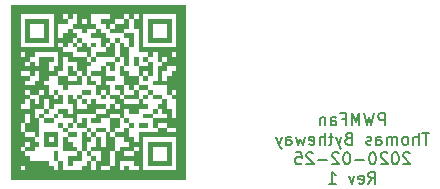
<source format=gbr>
G04 #@! TF.GenerationSoftware,KiCad,Pcbnew,(5.1.5)-3*
G04 #@! TF.CreationDate,2020-02-26T17:14:11+00:00*
G04 #@! TF.ProjectId,pwmfan,70776d66-616e-42e6-9b69-6361645f7063,rev?*
G04 #@! TF.SameCoordinates,Original*
G04 #@! TF.FileFunction,Legend,Bot*
G04 #@! TF.FilePolarity,Positive*
%FSLAX46Y46*%
G04 Gerber Fmt 4.6, Leading zero omitted, Abs format (unit mm)*
G04 Created by KiCad (PCBNEW (5.1.5)-3) date 2020-02-26 17:14:11*
%MOMM*%
%LPD*%
G04 APERTURE LIST*
%ADD10C,0.150000*%
%ADD11C,0.100000*%
G04 APERTURE END LIST*
D10*
X98138095Y-61677380D02*
X98138095Y-60677380D01*
X97757142Y-60677380D01*
X97661904Y-60725000D01*
X97614285Y-60772619D01*
X97566666Y-60867857D01*
X97566666Y-61010714D01*
X97614285Y-61105952D01*
X97661904Y-61153571D01*
X97757142Y-61201190D01*
X98138095Y-61201190D01*
X97233333Y-60677380D02*
X96995238Y-61677380D01*
X96804761Y-60963095D01*
X96614285Y-61677380D01*
X96376190Y-60677380D01*
X95995238Y-61677380D02*
X95995238Y-60677380D01*
X95661904Y-61391666D01*
X95328571Y-60677380D01*
X95328571Y-61677380D01*
X94519047Y-61153571D02*
X94852380Y-61153571D01*
X94852380Y-61677380D02*
X94852380Y-60677380D01*
X94376190Y-60677380D01*
X93566666Y-61677380D02*
X93566666Y-61153571D01*
X93614285Y-61058333D01*
X93709523Y-61010714D01*
X93900000Y-61010714D01*
X93995238Y-61058333D01*
X93566666Y-61629761D02*
X93661904Y-61677380D01*
X93900000Y-61677380D01*
X93995238Y-61629761D01*
X94042857Y-61534523D01*
X94042857Y-61439285D01*
X93995238Y-61344047D01*
X93900000Y-61296428D01*
X93661904Y-61296428D01*
X93566666Y-61248809D01*
X93090476Y-61010714D02*
X93090476Y-61677380D01*
X93090476Y-61105952D02*
X93042857Y-61058333D01*
X92947619Y-61010714D01*
X92804761Y-61010714D01*
X92709523Y-61058333D01*
X92661904Y-61153571D01*
X92661904Y-61677380D01*
X101900000Y-62327380D02*
X101328571Y-62327380D01*
X101614285Y-63327380D02*
X101614285Y-62327380D01*
X100995238Y-63327380D02*
X100995238Y-62327380D01*
X100566666Y-63327380D02*
X100566666Y-62803571D01*
X100614285Y-62708333D01*
X100709523Y-62660714D01*
X100852380Y-62660714D01*
X100947619Y-62708333D01*
X100995238Y-62755952D01*
X99947619Y-63327380D02*
X100042857Y-63279761D01*
X100090476Y-63232142D01*
X100138095Y-63136904D01*
X100138095Y-62851190D01*
X100090476Y-62755952D01*
X100042857Y-62708333D01*
X99947619Y-62660714D01*
X99804761Y-62660714D01*
X99709523Y-62708333D01*
X99661904Y-62755952D01*
X99614285Y-62851190D01*
X99614285Y-63136904D01*
X99661904Y-63232142D01*
X99709523Y-63279761D01*
X99804761Y-63327380D01*
X99947619Y-63327380D01*
X99185714Y-63327380D02*
X99185714Y-62660714D01*
X99185714Y-62755952D02*
X99138095Y-62708333D01*
X99042857Y-62660714D01*
X98900000Y-62660714D01*
X98804761Y-62708333D01*
X98757142Y-62803571D01*
X98757142Y-63327380D01*
X98757142Y-62803571D02*
X98709523Y-62708333D01*
X98614285Y-62660714D01*
X98471428Y-62660714D01*
X98376190Y-62708333D01*
X98328571Y-62803571D01*
X98328571Y-63327380D01*
X97423809Y-63327380D02*
X97423809Y-62803571D01*
X97471428Y-62708333D01*
X97566666Y-62660714D01*
X97757142Y-62660714D01*
X97852380Y-62708333D01*
X97423809Y-63279761D02*
X97519047Y-63327380D01*
X97757142Y-63327380D01*
X97852380Y-63279761D01*
X97900000Y-63184523D01*
X97900000Y-63089285D01*
X97852380Y-62994047D01*
X97757142Y-62946428D01*
X97519047Y-62946428D01*
X97423809Y-62898809D01*
X96995238Y-63279761D02*
X96900000Y-63327380D01*
X96709523Y-63327380D01*
X96614285Y-63279761D01*
X96566666Y-63184523D01*
X96566666Y-63136904D01*
X96614285Y-63041666D01*
X96709523Y-62994047D01*
X96852380Y-62994047D01*
X96947619Y-62946428D01*
X96995238Y-62851190D01*
X96995238Y-62803571D01*
X96947619Y-62708333D01*
X96852380Y-62660714D01*
X96709523Y-62660714D01*
X96614285Y-62708333D01*
X95042857Y-62803571D02*
X94900000Y-62851190D01*
X94852380Y-62898809D01*
X94804761Y-62994047D01*
X94804761Y-63136904D01*
X94852380Y-63232142D01*
X94900000Y-63279761D01*
X94995238Y-63327380D01*
X95376190Y-63327380D01*
X95376190Y-62327380D01*
X95042857Y-62327380D01*
X94947619Y-62375000D01*
X94900000Y-62422619D01*
X94852380Y-62517857D01*
X94852380Y-62613095D01*
X94900000Y-62708333D01*
X94947619Y-62755952D01*
X95042857Y-62803571D01*
X95376190Y-62803571D01*
X94471428Y-62660714D02*
X94233333Y-63327380D01*
X93995238Y-62660714D02*
X94233333Y-63327380D01*
X94328571Y-63565476D01*
X94376190Y-63613095D01*
X94471428Y-63660714D01*
X93757142Y-62660714D02*
X93376190Y-62660714D01*
X93614285Y-62327380D02*
X93614285Y-63184523D01*
X93566666Y-63279761D01*
X93471428Y-63327380D01*
X93376190Y-63327380D01*
X93042857Y-63327380D02*
X93042857Y-62327380D01*
X92614285Y-63327380D02*
X92614285Y-62803571D01*
X92661904Y-62708333D01*
X92757142Y-62660714D01*
X92900000Y-62660714D01*
X92995238Y-62708333D01*
X93042857Y-62755952D01*
X91757142Y-63279761D02*
X91852380Y-63327380D01*
X92042857Y-63327380D01*
X92138095Y-63279761D01*
X92185714Y-63184523D01*
X92185714Y-62803571D01*
X92138095Y-62708333D01*
X92042857Y-62660714D01*
X91852380Y-62660714D01*
X91757142Y-62708333D01*
X91709523Y-62803571D01*
X91709523Y-62898809D01*
X92185714Y-62994047D01*
X91376190Y-62660714D02*
X91185714Y-63327380D01*
X90995238Y-62851190D01*
X90804761Y-63327380D01*
X90614285Y-62660714D01*
X89804761Y-63327380D02*
X89804761Y-62803571D01*
X89852380Y-62708333D01*
X89947619Y-62660714D01*
X90138095Y-62660714D01*
X90233333Y-62708333D01*
X89804761Y-63279761D02*
X89900000Y-63327380D01*
X90138095Y-63327380D01*
X90233333Y-63279761D01*
X90280952Y-63184523D01*
X90280952Y-63089285D01*
X90233333Y-62994047D01*
X90138095Y-62946428D01*
X89900000Y-62946428D01*
X89804761Y-62898809D01*
X89423809Y-62660714D02*
X89185714Y-63327380D01*
X88947619Y-62660714D02*
X89185714Y-63327380D01*
X89280952Y-63565476D01*
X89328571Y-63613095D01*
X89423809Y-63660714D01*
X100257142Y-64072619D02*
X100209523Y-64025000D01*
X100114285Y-63977380D01*
X99876190Y-63977380D01*
X99780952Y-64025000D01*
X99733333Y-64072619D01*
X99685714Y-64167857D01*
X99685714Y-64263095D01*
X99733333Y-64405952D01*
X100304761Y-64977380D01*
X99685714Y-64977380D01*
X99066666Y-63977380D02*
X98971428Y-63977380D01*
X98876190Y-64025000D01*
X98828571Y-64072619D01*
X98780952Y-64167857D01*
X98733333Y-64358333D01*
X98733333Y-64596428D01*
X98780952Y-64786904D01*
X98828571Y-64882142D01*
X98876190Y-64929761D01*
X98971428Y-64977380D01*
X99066666Y-64977380D01*
X99161904Y-64929761D01*
X99209523Y-64882142D01*
X99257142Y-64786904D01*
X99304761Y-64596428D01*
X99304761Y-64358333D01*
X99257142Y-64167857D01*
X99209523Y-64072619D01*
X99161904Y-64025000D01*
X99066666Y-63977380D01*
X98352380Y-64072619D02*
X98304761Y-64025000D01*
X98209523Y-63977380D01*
X97971428Y-63977380D01*
X97876190Y-64025000D01*
X97828571Y-64072619D01*
X97780952Y-64167857D01*
X97780952Y-64263095D01*
X97828571Y-64405952D01*
X98400000Y-64977380D01*
X97780952Y-64977380D01*
X97161904Y-63977380D02*
X97066666Y-63977380D01*
X96971428Y-64025000D01*
X96923809Y-64072619D01*
X96876190Y-64167857D01*
X96828571Y-64358333D01*
X96828571Y-64596428D01*
X96876190Y-64786904D01*
X96923809Y-64882142D01*
X96971428Y-64929761D01*
X97066666Y-64977380D01*
X97161904Y-64977380D01*
X97257142Y-64929761D01*
X97304761Y-64882142D01*
X97352380Y-64786904D01*
X97400000Y-64596428D01*
X97400000Y-64358333D01*
X97352380Y-64167857D01*
X97304761Y-64072619D01*
X97257142Y-64025000D01*
X97161904Y-63977380D01*
X96400000Y-64596428D02*
X95638095Y-64596428D01*
X94971428Y-63977380D02*
X94876190Y-63977380D01*
X94780952Y-64025000D01*
X94733333Y-64072619D01*
X94685714Y-64167857D01*
X94638095Y-64358333D01*
X94638095Y-64596428D01*
X94685714Y-64786904D01*
X94733333Y-64882142D01*
X94780952Y-64929761D01*
X94876190Y-64977380D01*
X94971428Y-64977380D01*
X95066666Y-64929761D01*
X95114285Y-64882142D01*
X95161904Y-64786904D01*
X95209523Y-64596428D01*
X95209523Y-64358333D01*
X95161904Y-64167857D01*
X95114285Y-64072619D01*
X95066666Y-64025000D01*
X94971428Y-63977380D01*
X94257142Y-64072619D02*
X94209523Y-64025000D01*
X94114285Y-63977380D01*
X93876190Y-63977380D01*
X93780952Y-64025000D01*
X93733333Y-64072619D01*
X93685714Y-64167857D01*
X93685714Y-64263095D01*
X93733333Y-64405952D01*
X94304761Y-64977380D01*
X93685714Y-64977380D01*
X93257142Y-64596428D02*
X92495238Y-64596428D01*
X92066666Y-64072619D02*
X92019047Y-64025000D01*
X91923809Y-63977380D01*
X91685714Y-63977380D01*
X91590476Y-64025000D01*
X91542857Y-64072619D01*
X91495238Y-64167857D01*
X91495238Y-64263095D01*
X91542857Y-64405952D01*
X92114285Y-64977380D01*
X91495238Y-64977380D01*
X90590476Y-63977380D02*
X91066666Y-63977380D01*
X91114285Y-64453571D01*
X91066666Y-64405952D01*
X90971428Y-64358333D01*
X90733333Y-64358333D01*
X90638095Y-64405952D01*
X90590476Y-64453571D01*
X90542857Y-64548809D01*
X90542857Y-64786904D01*
X90590476Y-64882142D01*
X90638095Y-64929761D01*
X90733333Y-64977380D01*
X90971428Y-64977380D01*
X91066666Y-64929761D01*
X91114285Y-64882142D01*
X96757142Y-66627380D02*
X97090476Y-66151190D01*
X97328571Y-66627380D02*
X97328571Y-65627380D01*
X96947619Y-65627380D01*
X96852380Y-65675000D01*
X96804761Y-65722619D01*
X96757142Y-65817857D01*
X96757142Y-65960714D01*
X96804761Y-66055952D01*
X96852380Y-66103571D01*
X96947619Y-66151190D01*
X97328571Y-66151190D01*
X95947619Y-66579761D02*
X96042857Y-66627380D01*
X96233333Y-66627380D01*
X96328571Y-66579761D01*
X96376190Y-66484523D01*
X96376190Y-66103571D01*
X96328571Y-66008333D01*
X96233333Y-65960714D01*
X96042857Y-65960714D01*
X95947619Y-66008333D01*
X95900000Y-66103571D01*
X95900000Y-66198809D01*
X96376190Y-66294047D01*
X95566666Y-65960714D02*
X95328571Y-66627380D01*
X95090476Y-65960714D01*
X93423809Y-66627380D02*
X93995238Y-66627380D01*
X93709523Y-66627380D02*
X93709523Y-65627380D01*
X93804761Y-65770238D01*
X93900000Y-65865476D01*
X93995238Y-65913095D01*
D11*
G36*
X66500000Y-66300000D02*
G01*
X66500000Y-65900000D01*
X66900000Y-65900000D01*
X66900000Y-66300000D01*
X66500000Y-66300000D01*
G37*
G36*
X66900000Y-66300000D02*
G01*
X66900000Y-65900000D01*
X67300000Y-65900000D01*
X67300000Y-66300000D01*
X66900000Y-66300000D01*
G37*
G36*
X67300000Y-66300000D02*
G01*
X67300000Y-65900000D01*
X67700000Y-65900000D01*
X67700000Y-66300000D01*
X67300000Y-66300000D01*
G37*
G36*
X67700000Y-66300000D02*
G01*
X67700000Y-65900000D01*
X68100000Y-65900000D01*
X68100000Y-66300000D01*
X67700000Y-66300000D01*
G37*
G36*
X68100000Y-66300000D02*
G01*
X68100000Y-65900000D01*
X68500000Y-65900000D01*
X68500000Y-66300000D01*
X68100000Y-66300000D01*
G37*
G36*
X68500000Y-66300000D02*
G01*
X68500000Y-65900000D01*
X68900000Y-65900000D01*
X68900000Y-66300000D01*
X68500000Y-66300000D01*
G37*
G36*
X68900000Y-66300000D02*
G01*
X68900000Y-65900000D01*
X69300000Y-65900000D01*
X69300000Y-66300000D01*
X68900000Y-66300000D01*
G37*
G36*
X69300000Y-66300000D02*
G01*
X69300000Y-65900000D01*
X69700000Y-65900000D01*
X69700000Y-66300000D01*
X69300000Y-66300000D01*
G37*
G36*
X69700000Y-66300000D02*
G01*
X69700000Y-65900000D01*
X70100000Y-65900000D01*
X70100000Y-66300000D01*
X69700000Y-66300000D01*
G37*
G36*
X70100000Y-66300000D02*
G01*
X70100000Y-65900000D01*
X70500000Y-65900000D01*
X70500000Y-66300000D01*
X70100000Y-66300000D01*
G37*
G36*
X70500000Y-66300000D02*
G01*
X70500000Y-65900000D01*
X70900000Y-65900000D01*
X70900000Y-66300000D01*
X70500000Y-66300000D01*
G37*
G36*
X70900000Y-66300000D02*
G01*
X70900000Y-65900000D01*
X71300000Y-65900000D01*
X71300000Y-66300000D01*
X70900000Y-66300000D01*
G37*
G36*
X71300000Y-66300000D02*
G01*
X71300000Y-65900000D01*
X71700000Y-65900000D01*
X71700000Y-66300000D01*
X71300000Y-66300000D01*
G37*
G36*
X71700000Y-66300000D02*
G01*
X71700000Y-65900000D01*
X72100000Y-65900000D01*
X72100000Y-66300000D01*
X71700000Y-66300000D01*
G37*
G36*
X72100000Y-66300000D02*
G01*
X72100000Y-65900000D01*
X72500000Y-65900000D01*
X72500000Y-66300000D01*
X72100000Y-66300000D01*
G37*
G36*
X72500000Y-66300000D02*
G01*
X72500000Y-65900000D01*
X72900000Y-65900000D01*
X72900000Y-66300000D01*
X72500000Y-66300000D01*
G37*
G36*
X72900000Y-66300000D02*
G01*
X72900000Y-65900000D01*
X73300000Y-65900000D01*
X73300000Y-66300000D01*
X72900000Y-66300000D01*
G37*
G36*
X73300000Y-66300000D02*
G01*
X73300000Y-65900000D01*
X73700000Y-65900000D01*
X73700000Y-66300000D01*
X73300000Y-66300000D01*
G37*
G36*
X73700000Y-66300000D02*
G01*
X73700000Y-65900000D01*
X74100000Y-65900000D01*
X74100000Y-66300000D01*
X73700000Y-66300000D01*
G37*
G36*
X74100000Y-66300000D02*
G01*
X74100000Y-65900000D01*
X74500000Y-65900000D01*
X74500000Y-66300000D01*
X74100000Y-66300000D01*
G37*
G36*
X74500000Y-66300000D02*
G01*
X74500000Y-65900000D01*
X74900000Y-65900000D01*
X74900000Y-66300000D01*
X74500000Y-66300000D01*
G37*
G36*
X74900000Y-66300000D02*
G01*
X74900000Y-65900000D01*
X75300000Y-65900000D01*
X75300000Y-66300000D01*
X74900000Y-66300000D01*
G37*
G36*
X75300000Y-66300000D02*
G01*
X75300000Y-65900000D01*
X75700000Y-65900000D01*
X75700000Y-66300000D01*
X75300000Y-66300000D01*
G37*
G36*
X75700000Y-66300000D02*
G01*
X75700000Y-65900000D01*
X76100000Y-65900000D01*
X76100000Y-66300000D01*
X75700000Y-66300000D01*
G37*
G36*
X76100000Y-66300000D02*
G01*
X76100000Y-65900000D01*
X76500000Y-65900000D01*
X76500000Y-66300000D01*
X76100000Y-66300000D01*
G37*
G36*
X76500000Y-66300000D02*
G01*
X76500000Y-65900000D01*
X76900000Y-65900000D01*
X76900000Y-66300000D01*
X76500000Y-66300000D01*
G37*
G36*
X76900000Y-66300000D02*
G01*
X76900000Y-65900000D01*
X77300000Y-65900000D01*
X77300000Y-66300000D01*
X76900000Y-66300000D01*
G37*
G36*
X77300000Y-66300000D02*
G01*
X77300000Y-65900000D01*
X77700000Y-65900000D01*
X77700000Y-66300000D01*
X77300000Y-66300000D01*
G37*
G36*
X77700000Y-66300000D02*
G01*
X77700000Y-65900000D01*
X78100000Y-65900000D01*
X78100000Y-66300000D01*
X77700000Y-66300000D01*
G37*
G36*
X78100000Y-66300000D02*
G01*
X78100000Y-65900000D01*
X78500000Y-65900000D01*
X78500000Y-66300000D01*
X78100000Y-66300000D01*
G37*
G36*
X78500000Y-66300000D02*
G01*
X78500000Y-65900000D01*
X78900000Y-65900000D01*
X78900000Y-66300000D01*
X78500000Y-66300000D01*
G37*
G36*
X78900000Y-66300000D02*
G01*
X78900000Y-65900000D01*
X79300000Y-65900000D01*
X79300000Y-66300000D01*
X78900000Y-66300000D01*
G37*
G36*
X79300000Y-66300000D02*
G01*
X79300000Y-65900000D01*
X79700000Y-65900000D01*
X79700000Y-66300000D01*
X79300000Y-66300000D01*
G37*
G36*
X79700000Y-66300000D02*
G01*
X79700000Y-65900000D01*
X80100000Y-65900000D01*
X80100000Y-66300000D01*
X79700000Y-66300000D01*
G37*
G36*
X80100000Y-66300000D02*
G01*
X80100000Y-65900000D01*
X80500000Y-65900000D01*
X80500000Y-66300000D01*
X80100000Y-66300000D01*
G37*
G36*
X80500000Y-66300000D02*
G01*
X80500000Y-65900000D01*
X80900000Y-65900000D01*
X80900000Y-66300000D01*
X80500000Y-66300000D01*
G37*
G36*
X80900000Y-66300000D02*
G01*
X80900000Y-65900000D01*
X81300000Y-65900000D01*
X81300000Y-66300000D01*
X80900000Y-66300000D01*
G37*
G36*
X66500000Y-65900000D02*
G01*
X66500000Y-65500000D01*
X66900000Y-65500000D01*
X66900000Y-65900000D01*
X66500000Y-65900000D01*
G37*
G36*
X66900000Y-65900000D02*
G01*
X66900000Y-65500000D01*
X67300000Y-65500000D01*
X67300000Y-65900000D01*
X66900000Y-65900000D01*
G37*
G36*
X67300000Y-65900000D02*
G01*
X67300000Y-65500000D01*
X67700000Y-65500000D01*
X67700000Y-65900000D01*
X67300000Y-65900000D01*
G37*
G36*
X67700000Y-65900000D02*
G01*
X67700000Y-65500000D01*
X68100000Y-65500000D01*
X68100000Y-65900000D01*
X67700000Y-65900000D01*
G37*
G36*
X68100000Y-65900000D02*
G01*
X68100000Y-65500000D01*
X68500000Y-65500000D01*
X68500000Y-65900000D01*
X68100000Y-65900000D01*
G37*
G36*
X68500000Y-65900000D02*
G01*
X68500000Y-65500000D01*
X68900000Y-65500000D01*
X68900000Y-65900000D01*
X68500000Y-65900000D01*
G37*
G36*
X68900000Y-65900000D02*
G01*
X68900000Y-65500000D01*
X69300000Y-65500000D01*
X69300000Y-65900000D01*
X68900000Y-65900000D01*
G37*
G36*
X69300000Y-65900000D02*
G01*
X69300000Y-65500000D01*
X69700000Y-65500000D01*
X69700000Y-65900000D01*
X69300000Y-65900000D01*
G37*
G36*
X69700000Y-65900000D02*
G01*
X69700000Y-65500000D01*
X70100000Y-65500000D01*
X70100000Y-65900000D01*
X69700000Y-65900000D01*
G37*
G36*
X70100000Y-65900000D02*
G01*
X70100000Y-65500000D01*
X70500000Y-65500000D01*
X70500000Y-65900000D01*
X70100000Y-65900000D01*
G37*
G36*
X70500000Y-65900000D02*
G01*
X70500000Y-65500000D01*
X70900000Y-65500000D01*
X70900000Y-65900000D01*
X70500000Y-65900000D01*
G37*
G36*
X70900000Y-65900000D02*
G01*
X70900000Y-65500000D01*
X71300000Y-65500000D01*
X71300000Y-65900000D01*
X70900000Y-65900000D01*
G37*
G36*
X71300000Y-65900000D02*
G01*
X71300000Y-65500000D01*
X71700000Y-65500000D01*
X71700000Y-65900000D01*
X71300000Y-65900000D01*
G37*
G36*
X71700000Y-65900000D02*
G01*
X71700000Y-65500000D01*
X72100000Y-65500000D01*
X72100000Y-65900000D01*
X71700000Y-65900000D01*
G37*
G36*
X72100000Y-65900000D02*
G01*
X72100000Y-65500000D01*
X72500000Y-65500000D01*
X72500000Y-65900000D01*
X72100000Y-65900000D01*
G37*
G36*
X72500000Y-65900000D02*
G01*
X72500000Y-65500000D01*
X72900000Y-65500000D01*
X72900000Y-65900000D01*
X72500000Y-65900000D01*
G37*
G36*
X72900000Y-65900000D02*
G01*
X72900000Y-65500000D01*
X73300000Y-65500000D01*
X73300000Y-65900000D01*
X72900000Y-65900000D01*
G37*
G36*
X73300000Y-65900000D02*
G01*
X73300000Y-65500000D01*
X73700000Y-65500000D01*
X73700000Y-65900000D01*
X73300000Y-65900000D01*
G37*
G36*
X73700000Y-65900000D02*
G01*
X73700000Y-65500000D01*
X74100000Y-65500000D01*
X74100000Y-65900000D01*
X73700000Y-65900000D01*
G37*
G36*
X74100000Y-65900000D02*
G01*
X74100000Y-65500000D01*
X74500000Y-65500000D01*
X74500000Y-65900000D01*
X74100000Y-65900000D01*
G37*
G36*
X74500000Y-65900000D02*
G01*
X74500000Y-65500000D01*
X74900000Y-65500000D01*
X74900000Y-65900000D01*
X74500000Y-65900000D01*
G37*
G36*
X74900000Y-65900000D02*
G01*
X74900000Y-65500000D01*
X75300000Y-65500000D01*
X75300000Y-65900000D01*
X74900000Y-65900000D01*
G37*
G36*
X75300000Y-65900000D02*
G01*
X75300000Y-65500000D01*
X75700000Y-65500000D01*
X75700000Y-65900000D01*
X75300000Y-65900000D01*
G37*
G36*
X75700000Y-65900000D02*
G01*
X75700000Y-65500000D01*
X76100000Y-65500000D01*
X76100000Y-65900000D01*
X75700000Y-65900000D01*
G37*
G36*
X76100000Y-65900000D02*
G01*
X76100000Y-65500000D01*
X76500000Y-65500000D01*
X76500000Y-65900000D01*
X76100000Y-65900000D01*
G37*
G36*
X76500000Y-65900000D02*
G01*
X76500000Y-65500000D01*
X76900000Y-65500000D01*
X76900000Y-65900000D01*
X76500000Y-65900000D01*
G37*
G36*
X76900000Y-65900000D02*
G01*
X76900000Y-65500000D01*
X77300000Y-65500000D01*
X77300000Y-65900000D01*
X76900000Y-65900000D01*
G37*
G36*
X77300000Y-65900000D02*
G01*
X77300000Y-65500000D01*
X77700000Y-65500000D01*
X77700000Y-65900000D01*
X77300000Y-65900000D01*
G37*
G36*
X77700000Y-65900000D02*
G01*
X77700000Y-65500000D01*
X78100000Y-65500000D01*
X78100000Y-65900000D01*
X77700000Y-65900000D01*
G37*
G36*
X78100000Y-65900000D02*
G01*
X78100000Y-65500000D01*
X78500000Y-65500000D01*
X78500000Y-65900000D01*
X78100000Y-65900000D01*
G37*
G36*
X78500000Y-65900000D02*
G01*
X78500000Y-65500000D01*
X78900000Y-65500000D01*
X78900000Y-65900000D01*
X78500000Y-65900000D01*
G37*
G36*
X78900000Y-65900000D02*
G01*
X78900000Y-65500000D01*
X79300000Y-65500000D01*
X79300000Y-65900000D01*
X78900000Y-65900000D01*
G37*
G36*
X79300000Y-65900000D02*
G01*
X79300000Y-65500000D01*
X79700000Y-65500000D01*
X79700000Y-65900000D01*
X79300000Y-65900000D01*
G37*
G36*
X79700000Y-65900000D02*
G01*
X79700000Y-65500000D01*
X80100000Y-65500000D01*
X80100000Y-65900000D01*
X79700000Y-65900000D01*
G37*
G36*
X80100000Y-65900000D02*
G01*
X80100000Y-65500000D01*
X80500000Y-65500000D01*
X80500000Y-65900000D01*
X80100000Y-65900000D01*
G37*
G36*
X80500000Y-65900000D02*
G01*
X80500000Y-65500000D01*
X80900000Y-65500000D01*
X80900000Y-65900000D01*
X80500000Y-65900000D01*
G37*
G36*
X80900000Y-65900000D02*
G01*
X80900000Y-65500000D01*
X81300000Y-65500000D01*
X81300000Y-65900000D01*
X80900000Y-65900000D01*
G37*
G36*
X66500000Y-65500000D02*
G01*
X66500000Y-65100000D01*
X66900000Y-65100000D01*
X66900000Y-65500000D01*
X66500000Y-65500000D01*
G37*
G36*
X66900000Y-65500000D02*
G01*
X66900000Y-65100000D01*
X67300000Y-65100000D01*
X67300000Y-65500000D01*
X66900000Y-65500000D01*
G37*
G36*
X67700000Y-65500000D02*
G01*
X67700000Y-65100000D01*
X68100000Y-65100000D01*
X68100000Y-65500000D01*
X67700000Y-65500000D01*
G37*
G36*
X68100000Y-65500000D02*
G01*
X68100000Y-65100000D01*
X68500000Y-65100000D01*
X68500000Y-65500000D01*
X68100000Y-65500000D01*
G37*
G36*
X68500000Y-65500000D02*
G01*
X68500000Y-65100000D01*
X68900000Y-65100000D01*
X68900000Y-65500000D01*
X68500000Y-65500000D01*
G37*
G36*
X68900000Y-65500000D02*
G01*
X68900000Y-65100000D01*
X69300000Y-65100000D01*
X69300000Y-65500000D01*
X68900000Y-65500000D01*
G37*
G36*
X69300000Y-65500000D02*
G01*
X69300000Y-65100000D01*
X69700000Y-65100000D01*
X69700000Y-65500000D01*
X69300000Y-65500000D01*
G37*
G36*
X69700000Y-65500000D02*
G01*
X69700000Y-65100000D01*
X70100000Y-65100000D01*
X70100000Y-65500000D01*
X69700000Y-65500000D01*
G37*
G36*
X70500000Y-65500000D02*
G01*
X70500000Y-65100000D01*
X70900000Y-65100000D01*
X70900000Y-65500000D01*
X70500000Y-65500000D01*
G37*
G36*
X72500000Y-65500000D02*
G01*
X72500000Y-65100000D01*
X72900000Y-65100000D01*
X72900000Y-65500000D01*
X72500000Y-65500000D01*
G37*
G36*
X72900000Y-65500000D02*
G01*
X72900000Y-65100000D01*
X73300000Y-65100000D01*
X73300000Y-65500000D01*
X72900000Y-65500000D01*
G37*
G36*
X73700000Y-65500000D02*
G01*
X73700000Y-65100000D01*
X74100000Y-65100000D01*
X74100000Y-65500000D01*
X73700000Y-65500000D01*
G37*
G36*
X74900000Y-65500000D02*
G01*
X74900000Y-65100000D01*
X75300000Y-65100000D01*
X75300000Y-65500000D01*
X74900000Y-65500000D01*
G37*
G36*
X75300000Y-65500000D02*
G01*
X75300000Y-65100000D01*
X75700000Y-65100000D01*
X75700000Y-65500000D01*
X75300000Y-65500000D01*
G37*
G36*
X76100000Y-65500000D02*
G01*
X76100000Y-65100000D01*
X76500000Y-65100000D01*
X76500000Y-65500000D01*
X76100000Y-65500000D01*
G37*
G36*
X77300000Y-65500000D02*
G01*
X77300000Y-65100000D01*
X77700000Y-65100000D01*
X77700000Y-65500000D01*
X77300000Y-65500000D01*
G37*
G36*
X80500000Y-65500000D02*
G01*
X80500000Y-65100000D01*
X80900000Y-65100000D01*
X80900000Y-65500000D01*
X80500000Y-65500000D01*
G37*
G36*
X80900000Y-65500000D02*
G01*
X80900000Y-65100000D01*
X81300000Y-65100000D01*
X81300000Y-65500000D01*
X80900000Y-65500000D01*
G37*
G36*
X66500000Y-65100000D02*
G01*
X66500000Y-64700000D01*
X66900000Y-64700000D01*
X66900000Y-65100000D01*
X66500000Y-65100000D01*
G37*
G36*
X66900000Y-65100000D02*
G01*
X66900000Y-64700000D01*
X67300000Y-64700000D01*
X67300000Y-65100000D01*
X66900000Y-65100000D01*
G37*
G36*
X67300000Y-65100000D02*
G01*
X67300000Y-64700000D01*
X67700000Y-64700000D01*
X67700000Y-65100000D01*
X67300000Y-65100000D01*
G37*
G36*
X67700000Y-65100000D02*
G01*
X67700000Y-64700000D01*
X68100000Y-64700000D01*
X68100000Y-65100000D01*
X67700000Y-65100000D01*
G37*
G36*
X68100000Y-65100000D02*
G01*
X68100000Y-64700000D01*
X68500000Y-64700000D01*
X68500000Y-65100000D01*
X68100000Y-65100000D01*
G37*
G36*
X68500000Y-65100000D02*
G01*
X68500000Y-64700000D01*
X68900000Y-64700000D01*
X68900000Y-65100000D01*
X68500000Y-65100000D01*
G37*
G36*
X68900000Y-65100000D02*
G01*
X68900000Y-64700000D01*
X69300000Y-64700000D01*
X69300000Y-65100000D01*
X68900000Y-65100000D01*
G37*
G36*
X69300000Y-65100000D02*
G01*
X69300000Y-64700000D01*
X69700000Y-64700000D01*
X69700000Y-65100000D01*
X69300000Y-65100000D01*
G37*
G36*
X70500000Y-65100000D02*
G01*
X70500000Y-64700000D01*
X70900000Y-64700000D01*
X70900000Y-65100000D01*
X70500000Y-65100000D01*
G37*
G36*
X71300000Y-65100000D02*
G01*
X71300000Y-64700000D01*
X71700000Y-64700000D01*
X71700000Y-65100000D01*
X71300000Y-65100000D01*
G37*
G36*
X72900000Y-65100000D02*
G01*
X72900000Y-64700000D01*
X73300000Y-64700000D01*
X73300000Y-65100000D01*
X72900000Y-65100000D01*
G37*
G36*
X73700000Y-65100000D02*
G01*
X73700000Y-64700000D01*
X74100000Y-64700000D01*
X74100000Y-65100000D01*
X73700000Y-65100000D01*
G37*
G36*
X74100000Y-65100000D02*
G01*
X74100000Y-64700000D01*
X74500000Y-64700000D01*
X74500000Y-65100000D01*
X74100000Y-65100000D01*
G37*
G36*
X74500000Y-65100000D02*
G01*
X74500000Y-64700000D01*
X74900000Y-64700000D01*
X74900000Y-65100000D01*
X74500000Y-65100000D01*
G37*
G36*
X75300000Y-65100000D02*
G01*
X75300000Y-64700000D01*
X75700000Y-64700000D01*
X75700000Y-65100000D01*
X75300000Y-65100000D01*
G37*
G36*
X76900000Y-65100000D02*
G01*
X76900000Y-64700000D01*
X77300000Y-64700000D01*
X77300000Y-65100000D01*
X76900000Y-65100000D01*
G37*
G36*
X77300000Y-65100000D02*
G01*
X77300000Y-64700000D01*
X77700000Y-64700000D01*
X77700000Y-65100000D01*
X77300000Y-65100000D01*
G37*
G36*
X78100000Y-65100000D02*
G01*
X78100000Y-64700000D01*
X78500000Y-64700000D01*
X78500000Y-65100000D01*
X78100000Y-65100000D01*
G37*
G36*
X78500000Y-65100000D02*
G01*
X78500000Y-64700000D01*
X78900000Y-64700000D01*
X78900000Y-65100000D01*
X78500000Y-65100000D01*
G37*
G36*
X78900000Y-65100000D02*
G01*
X78900000Y-64700000D01*
X79300000Y-64700000D01*
X79300000Y-65100000D01*
X78900000Y-65100000D01*
G37*
G36*
X79300000Y-65100000D02*
G01*
X79300000Y-64700000D01*
X79700000Y-64700000D01*
X79700000Y-65100000D01*
X79300000Y-65100000D01*
G37*
G36*
X79700000Y-65100000D02*
G01*
X79700000Y-64700000D01*
X80100000Y-64700000D01*
X80100000Y-65100000D01*
X79700000Y-65100000D01*
G37*
G36*
X80500000Y-65100000D02*
G01*
X80500000Y-64700000D01*
X80900000Y-64700000D01*
X80900000Y-65100000D01*
X80500000Y-65100000D01*
G37*
G36*
X80900000Y-65100000D02*
G01*
X80900000Y-64700000D01*
X81300000Y-64700000D01*
X81300000Y-65100000D01*
X80900000Y-65100000D01*
G37*
G36*
X66500000Y-64700000D02*
G01*
X66500000Y-64300000D01*
X66900000Y-64300000D01*
X66900000Y-64700000D01*
X66500000Y-64700000D01*
G37*
G36*
X66900000Y-64700000D02*
G01*
X66900000Y-64300000D01*
X67300000Y-64300000D01*
X67300000Y-64700000D01*
X66900000Y-64700000D01*
G37*
G36*
X67300000Y-64700000D02*
G01*
X67300000Y-64300000D01*
X67700000Y-64300000D01*
X67700000Y-64700000D01*
X67300000Y-64700000D01*
G37*
G36*
X67700000Y-64700000D02*
G01*
X67700000Y-64300000D01*
X68100000Y-64300000D01*
X68100000Y-64700000D01*
X67700000Y-64700000D01*
G37*
G36*
X70100000Y-64700000D02*
G01*
X70100000Y-64300000D01*
X70500000Y-64300000D01*
X70500000Y-64700000D01*
X70100000Y-64700000D01*
G37*
G36*
X71300000Y-64700000D02*
G01*
X71300000Y-64300000D01*
X71700000Y-64300000D01*
X71700000Y-64700000D01*
X71300000Y-64700000D01*
G37*
G36*
X71700000Y-64700000D02*
G01*
X71700000Y-64300000D01*
X72100000Y-64300000D01*
X72100000Y-64700000D01*
X71700000Y-64700000D01*
G37*
G36*
X72100000Y-64700000D02*
G01*
X72100000Y-64300000D01*
X72500000Y-64300000D01*
X72500000Y-64700000D01*
X72100000Y-64700000D01*
G37*
G36*
X73300000Y-64700000D02*
G01*
X73300000Y-64300000D01*
X73700000Y-64300000D01*
X73700000Y-64700000D01*
X73300000Y-64700000D01*
G37*
G36*
X74100000Y-64700000D02*
G01*
X74100000Y-64300000D01*
X74500000Y-64300000D01*
X74500000Y-64700000D01*
X74100000Y-64700000D01*
G37*
G36*
X74500000Y-64700000D02*
G01*
X74500000Y-64300000D01*
X74900000Y-64300000D01*
X74900000Y-64700000D01*
X74500000Y-64700000D01*
G37*
G36*
X75300000Y-64700000D02*
G01*
X75300000Y-64300000D01*
X75700000Y-64300000D01*
X75700000Y-64700000D01*
X75300000Y-64700000D01*
G37*
G36*
X75700000Y-64700000D02*
G01*
X75700000Y-64300000D01*
X76100000Y-64300000D01*
X76100000Y-64700000D01*
X75700000Y-64700000D01*
G37*
G36*
X76100000Y-64700000D02*
G01*
X76100000Y-64300000D01*
X76500000Y-64300000D01*
X76500000Y-64700000D01*
X76100000Y-64700000D01*
G37*
G36*
X76500000Y-64700000D02*
G01*
X76500000Y-64300000D01*
X76900000Y-64300000D01*
X76900000Y-64700000D01*
X76500000Y-64700000D01*
G37*
G36*
X76900000Y-64700000D02*
G01*
X76900000Y-64300000D01*
X77300000Y-64300000D01*
X77300000Y-64700000D01*
X76900000Y-64700000D01*
G37*
G36*
X77300000Y-64700000D02*
G01*
X77300000Y-64300000D01*
X77700000Y-64300000D01*
X77700000Y-64700000D01*
X77300000Y-64700000D01*
G37*
G36*
X78100000Y-64700000D02*
G01*
X78100000Y-64300000D01*
X78500000Y-64300000D01*
X78500000Y-64700000D01*
X78100000Y-64700000D01*
G37*
G36*
X79700000Y-64700000D02*
G01*
X79700000Y-64300000D01*
X80100000Y-64300000D01*
X80100000Y-64700000D01*
X79700000Y-64700000D01*
G37*
G36*
X80500000Y-64700000D02*
G01*
X80500000Y-64300000D01*
X80900000Y-64300000D01*
X80900000Y-64700000D01*
X80500000Y-64700000D01*
G37*
G36*
X80900000Y-64700000D02*
G01*
X80900000Y-64300000D01*
X81300000Y-64300000D01*
X81300000Y-64700000D01*
X80900000Y-64700000D01*
G37*
G36*
X66500000Y-64300000D02*
G01*
X66500000Y-63900000D01*
X66900000Y-63900000D01*
X66900000Y-64300000D01*
X66500000Y-64300000D01*
G37*
G36*
X66900000Y-64300000D02*
G01*
X66900000Y-63900000D01*
X67300000Y-63900000D01*
X67300000Y-64300000D01*
X66900000Y-64300000D01*
G37*
G36*
X67300000Y-64300000D02*
G01*
X67300000Y-63900000D01*
X67700000Y-63900000D01*
X67700000Y-64300000D01*
X67300000Y-64300000D01*
G37*
G36*
X70100000Y-64300000D02*
G01*
X70100000Y-63900000D01*
X70500000Y-63900000D01*
X70500000Y-64300000D01*
X70100000Y-64300000D01*
G37*
G36*
X72100000Y-64300000D02*
G01*
X72100000Y-63900000D01*
X72500000Y-63900000D01*
X72500000Y-64300000D01*
X72100000Y-64300000D01*
G37*
G36*
X72900000Y-64300000D02*
G01*
X72900000Y-63900000D01*
X73300000Y-63900000D01*
X73300000Y-64300000D01*
X72900000Y-64300000D01*
G37*
G36*
X74100000Y-64300000D02*
G01*
X74100000Y-63900000D01*
X74500000Y-63900000D01*
X74500000Y-64300000D01*
X74100000Y-64300000D01*
G37*
G36*
X74500000Y-64300000D02*
G01*
X74500000Y-63900000D01*
X74900000Y-63900000D01*
X74900000Y-64300000D01*
X74500000Y-64300000D01*
G37*
G36*
X75300000Y-64300000D02*
G01*
X75300000Y-63900000D01*
X75700000Y-63900000D01*
X75700000Y-64300000D01*
X75300000Y-64300000D01*
G37*
G36*
X75700000Y-64300000D02*
G01*
X75700000Y-63900000D01*
X76100000Y-63900000D01*
X76100000Y-64300000D01*
X75700000Y-64300000D01*
G37*
G36*
X76900000Y-64300000D02*
G01*
X76900000Y-63900000D01*
X77300000Y-63900000D01*
X77300000Y-64300000D01*
X76900000Y-64300000D01*
G37*
G36*
X77300000Y-64300000D02*
G01*
X77300000Y-63900000D01*
X77700000Y-63900000D01*
X77700000Y-64300000D01*
X77300000Y-64300000D01*
G37*
G36*
X78100000Y-64300000D02*
G01*
X78100000Y-63900000D01*
X78500000Y-63900000D01*
X78500000Y-64300000D01*
X78100000Y-64300000D01*
G37*
G36*
X79700000Y-64300000D02*
G01*
X79700000Y-63900000D01*
X80100000Y-63900000D01*
X80100000Y-64300000D01*
X79700000Y-64300000D01*
G37*
G36*
X80500000Y-64300000D02*
G01*
X80500000Y-63900000D01*
X80900000Y-63900000D01*
X80900000Y-64300000D01*
X80500000Y-64300000D01*
G37*
G36*
X80900000Y-64300000D02*
G01*
X80900000Y-63900000D01*
X81300000Y-63900000D01*
X81300000Y-64300000D01*
X80900000Y-64300000D01*
G37*
G36*
X66500000Y-63900000D02*
G01*
X66500000Y-63500000D01*
X66900000Y-63500000D01*
X66900000Y-63900000D01*
X66500000Y-63900000D01*
G37*
G36*
X66900000Y-63900000D02*
G01*
X66900000Y-63500000D01*
X67300000Y-63500000D01*
X67300000Y-63900000D01*
X66900000Y-63900000D01*
G37*
G36*
X67700000Y-63900000D02*
G01*
X67700000Y-63500000D01*
X68100000Y-63500000D01*
X68100000Y-63900000D01*
X67700000Y-63900000D01*
G37*
G36*
X68100000Y-63900000D02*
G01*
X68100000Y-63500000D01*
X68500000Y-63500000D01*
X68500000Y-63900000D01*
X68100000Y-63900000D01*
G37*
G36*
X70900000Y-63900000D02*
G01*
X70900000Y-63500000D01*
X71300000Y-63500000D01*
X71300000Y-63900000D01*
X70900000Y-63900000D01*
G37*
G36*
X71300000Y-63900000D02*
G01*
X71300000Y-63500000D01*
X71700000Y-63500000D01*
X71700000Y-63900000D01*
X71300000Y-63900000D01*
G37*
G36*
X71700000Y-63900000D02*
G01*
X71700000Y-63500000D01*
X72100000Y-63500000D01*
X72100000Y-63900000D01*
X71700000Y-63900000D01*
G37*
G36*
X72500000Y-63900000D02*
G01*
X72500000Y-63500000D01*
X72900000Y-63500000D01*
X72900000Y-63900000D01*
X72500000Y-63900000D01*
G37*
G36*
X73300000Y-63900000D02*
G01*
X73300000Y-63500000D01*
X73700000Y-63500000D01*
X73700000Y-63900000D01*
X73300000Y-63900000D01*
G37*
G36*
X73700000Y-63900000D02*
G01*
X73700000Y-63500000D01*
X74100000Y-63500000D01*
X74100000Y-63900000D01*
X73700000Y-63900000D01*
G37*
G36*
X74100000Y-63900000D02*
G01*
X74100000Y-63500000D01*
X74500000Y-63500000D01*
X74500000Y-63900000D01*
X74100000Y-63900000D01*
G37*
G36*
X74500000Y-63900000D02*
G01*
X74500000Y-63500000D01*
X74900000Y-63500000D01*
X74900000Y-63900000D01*
X74500000Y-63900000D01*
G37*
G36*
X74900000Y-63900000D02*
G01*
X74900000Y-63500000D01*
X75300000Y-63500000D01*
X75300000Y-63900000D01*
X74900000Y-63900000D01*
G37*
G36*
X75700000Y-63900000D02*
G01*
X75700000Y-63500000D01*
X76100000Y-63500000D01*
X76100000Y-63900000D01*
X75700000Y-63900000D01*
G37*
G36*
X76100000Y-63900000D02*
G01*
X76100000Y-63500000D01*
X76500000Y-63500000D01*
X76500000Y-63900000D01*
X76100000Y-63900000D01*
G37*
G36*
X76500000Y-63900000D02*
G01*
X76500000Y-63500000D01*
X76900000Y-63500000D01*
X76900000Y-63900000D01*
X76500000Y-63900000D01*
G37*
G36*
X77300000Y-63900000D02*
G01*
X77300000Y-63500000D01*
X77700000Y-63500000D01*
X77700000Y-63900000D01*
X77300000Y-63900000D01*
G37*
G36*
X78100000Y-63900000D02*
G01*
X78100000Y-63500000D01*
X78500000Y-63500000D01*
X78500000Y-63900000D01*
X78100000Y-63900000D01*
G37*
G36*
X79700000Y-63900000D02*
G01*
X79700000Y-63500000D01*
X80100000Y-63500000D01*
X80100000Y-63900000D01*
X79700000Y-63900000D01*
G37*
G36*
X80500000Y-63900000D02*
G01*
X80500000Y-63500000D01*
X80900000Y-63500000D01*
X80900000Y-63900000D01*
X80500000Y-63900000D01*
G37*
G36*
X80900000Y-63900000D02*
G01*
X80900000Y-63500000D01*
X81300000Y-63500000D01*
X81300000Y-63900000D01*
X80900000Y-63900000D01*
G37*
G36*
X66500000Y-63500000D02*
G01*
X66500000Y-63100000D01*
X66900000Y-63100000D01*
X66900000Y-63500000D01*
X66500000Y-63500000D01*
G37*
G36*
X66900000Y-63500000D02*
G01*
X66900000Y-63100000D01*
X67300000Y-63100000D01*
X67300000Y-63500000D01*
X66900000Y-63500000D01*
G37*
G36*
X67300000Y-63500000D02*
G01*
X67300000Y-63100000D01*
X67700000Y-63100000D01*
X67700000Y-63500000D01*
X67300000Y-63500000D01*
G37*
G36*
X68100000Y-63500000D02*
G01*
X68100000Y-63100000D01*
X68500000Y-63100000D01*
X68500000Y-63500000D01*
X68100000Y-63500000D01*
G37*
G36*
X68500000Y-63500000D02*
G01*
X68500000Y-63100000D01*
X68900000Y-63100000D01*
X68900000Y-63500000D01*
X68500000Y-63500000D01*
G37*
G36*
X69300000Y-63500000D02*
G01*
X69300000Y-63100000D01*
X69700000Y-63100000D01*
X69700000Y-63500000D01*
X69300000Y-63500000D01*
G37*
G36*
X69700000Y-63500000D02*
G01*
X69700000Y-63100000D01*
X70100000Y-63100000D01*
X70100000Y-63500000D01*
X69700000Y-63500000D01*
G37*
G36*
X70100000Y-63500000D02*
G01*
X70100000Y-63100000D01*
X70500000Y-63100000D01*
X70500000Y-63500000D01*
X70100000Y-63500000D01*
G37*
G36*
X70900000Y-63500000D02*
G01*
X70900000Y-63100000D01*
X71300000Y-63100000D01*
X71300000Y-63500000D01*
X70900000Y-63500000D01*
G37*
G36*
X71300000Y-63500000D02*
G01*
X71300000Y-63100000D01*
X71700000Y-63100000D01*
X71700000Y-63500000D01*
X71300000Y-63500000D01*
G37*
G36*
X72500000Y-63500000D02*
G01*
X72500000Y-63100000D01*
X72900000Y-63100000D01*
X72900000Y-63500000D01*
X72500000Y-63500000D01*
G37*
G36*
X73700000Y-63500000D02*
G01*
X73700000Y-63100000D01*
X74100000Y-63100000D01*
X74100000Y-63500000D01*
X73700000Y-63500000D01*
G37*
G36*
X74500000Y-63500000D02*
G01*
X74500000Y-63100000D01*
X74900000Y-63100000D01*
X74900000Y-63500000D01*
X74500000Y-63500000D01*
G37*
G36*
X74900000Y-63500000D02*
G01*
X74900000Y-63100000D01*
X75300000Y-63100000D01*
X75300000Y-63500000D01*
X74900000Y-63500000D01*
G37*
G36*
X76500000Y-63500000D02*
G01*
X76500000Y-63100000D01*
X76900000Y-63100000D01*
X76900000Y-63500000D01*
X76500000Y-63500000D01*
G37*
G36*
X76900000Y-63500000D02*
G01*
X76900000Y-63100000D01*
X77300000Y-63100000D01*
X77300000Y-63500000D01*
X76900000Y-63500000D01*
G37*
G36*
X77300000Y-63500000D02*
G01*
X77300000Y-63100000D01*
X77700000Y-63100000D01*
X77700000Y-63500000D01*
X77300000Y-63500000D01*
G37*
G36*
X78100000Y-63500000D02*
G01*
X78100000Y-63100000D01*
X78500000Y-63100000D01*
X78500000Y-63500000D01*
X78100000Y-63500000D01*
G37*
G36*
X78500000Y-63500000D02*
G01*
X78500000Y-63100000D01*
X78900000Y-63100000D01*
X78900000Y-63500000D01*
X78500000Y-63500000D01*
G37*
G36*
X78900000Y-63500000D02*
G01*
X78900000Y-63100000D01*
X79300000Y-63100000D01*
X79300000Y-63500000D01*
X78900000Y-63500000D01*
G37*
G36*
X79300000Y-63500000D02*
G01*
X79300000Y-63100000D01*
X79700000Y-63100000D01*
X79700000Y-63500000D01*
X79300000Y-63500000D01*
G37*
G36*
X79700000Y-63500000D02*
G01*
X79700000Y-63100000D01*
X80100000Y-63100000D01*
X80100000Y-63500000D01*
X79700000Y-63500000D01*
G37*
G36*
X80500000Y-63500000D02*
G01*
X80500000Y-63100000D01*
X80900000Y-63100000D01*
X80900000Y-63500000D01*
X80500000Y-63500000D01*
G37*
G36*
X80900000Y-63500000D02*
G01*
X80900000Y-63100000D01*
X81300000Y-63100000D01*
X81300000Y-63500000D01*
X80900000Y-63500000D01*
G37*
G36*
X66500000Y-63100000D02*
G01*
X66500000Y-62700000D01*
X66900000Y-62700000D01*
X66900000Y-63100000D01*
X66500000Y-63100000D01*
G37*
G36*
X66900000Y-63100000D02*
G01*
X66900000Y-62700000D01*
X67300000Y-62700000D01*
X67300000Y-63100000D01*
X66900000Y-63100000D01*
G37*
G36*
X67300000Y-63100000D02*
G01*
X67300000Y-62700000D01*
X67700000Y-62700000D01*
X67700000Y-63100000D01*
X67300000Y-63100000D01*
G37*
G36*
X67700000Y-63100000D02*
G01*
X67700000Y-62700000D01*
X68100000Y-62700000D01*
X68100000Y-63100000D01*
X67700000Y-63100000D01*
G37*
G36*
X68100000Y-63100000D02*
G01*
X68100000Y-62700000D01*
X68500000Y-62700000D01*
X68500000Y-63100000D01*
X68100000Y-63100000D01*
G37*
G36*
X69300000Y-63100000D02*
G01*
X69300000Y-62700000D01*
X69700000Y-62700000D01*
X69700000Y-63100000D01*
X69300000Y-63100000D01*
G37*
G36*
X70100000Y-63100000D02*
G01*
X70100000Y-62700000D01*
X70500000Y-62700000D01*
X70500000Y-63100000D01*
X70100000Y-63100000D01*
G37*
G36*
X70900000Y-63100000D02*
G01*
X70900000Y-62700000D01*
X71300000Y-62700000D01*
X71300000Y-63100000D01*
X70900000Y-63100000D01*
G37*
G36*
X72500000Y-63100000D02*
G01*
X72500000Y-62700000D01*
X72900000Y-62700000D01*
X72900000Y-63100000D01*
X72500000Y-63100000D01*
G37*
G36*
X72900000Y-63100000D02*
G01*
X72900000Y-62700000D01*
X73300000Y-62700000D01*
X73300000Y-63100000D01*
X72900000Y-63100000D01*
G37*
G36*
X73700000Y-63100000D02*
G01*
X73700000Y-62700000D01*
X74100000Y-62700000D01*
X74100000Y-63100000D01*
X73700000Y-63100000D01*
G37*
G36*
X74500000Y-63100000D02*
G01*
X74500000Y-62700000D01*
X74900000Y-62700000D01*
X74900000Y-63100000D01*
X74500000Y-63100000D01*
G37*
G36*
X74900000Y-63100000D02*
G01*
X74900000Y-62700000D01*
X75300000Y-62700000D01*
X75300000Y-63100000D01*
X74900000Y-63100000D01*
G37*
G36*
X76100000Y-63100000D02*
G01*
X76100000Y-62700000D01*
X76500000Y-62700000D01*
X76500000Y-63100000D01*
X76100000Y-63100000D01*
G37*
G36*
X76500000Y-63100000D02*
G01*
X76500000Y-62700000D01*
X76900000Y-62700000D01*
X76900000Y-63100000D01*
X76500000Y-63100000D01*
G37*
G36*
X77300000Y-63100000D02*
G01*
X77300000Y-62700000D01*
X77700000Y-62700000D01*
X77700000Y-63100000D01*
X77300000Y-63100000D01*
G37*
G36*
X80500000Y-63100000D02*
G01*
X80500000Y-62700000D01*
X80900000Y-62700000D01*
X80900000Y-63100000D01*
X80500000Y-63100000D01*
G37*
G36*
X80900000Y-63100000D02*
G01*
X80900000Y-62700000D01*
X81300000Y-62700000D01*
X81300000Y-63100000D01*
X80900000Y-63100000D01*
G37*
G36*
X66500000Y-62700000D02*
G01*
X66500000Y-62300000D01*
X66900000Y-62300000D01*
X66900000Y-62700000D01*
X66500000Y-62700000D01*
G37*
G36*
X66900000Y-62700000D02*
G01*
X66900000Y-62300000D01*
X67300000Y-62300000D01*
X67300000Y-62700000D01*
X66900000Y-62700000D01*
G37*
G36*
X67300000Y-62700000D02*
G01*
X67300000Y-62300000D01*
X67700000Y-62300000D01*
X67700000Y-62700000D01*
X67300000Y-62700000D01*
G37*
G36*
X68500000Y-62700000D02*
G01*
X68500000Y-62300000D01*
X68900000Y-62300000D01*
X68900000Y-62700000D01*
X68500000Y-62700000D01*
G37*
G36*
X69300000Y-62700000D02*
G01*
X69300000Y-62300000D01*
X69700000Y-62300000D01*
X69700000Y-62700000D01*
X69300000Y-62700000D01*
G37*
G36*
X69700000Y-62700000D02*
G01*
X69700000Y-62300000D01*
X70100000Y-62300000D01*
X70100000Y-62700000D01*
X69700000Y-62700000D01*
G37*
G36*
X70100000Y-62700000D02*
G01*
X70100000Y-62300000D01*
X70500000Y-62300000D01*
X70500000Y-62700000D01*
X70100000Y-62700000D01*
G37*
G36*
X71300000Y-62700000D02*
G01*
X71300000Y-62300000D01*
X71700000Y-62300000D01*
X71700000Y-62700000D01*
X71300000Y-62700000D01*
G37*
G36*
X71700000Y-62700000D02*
G01*
X71700000Y-62300000D01*
X72100000Y-62300000D01*
X72100000Y-62700000D01*
X71700000Y-62700000D01*
G37*
G36*
X72500000Y-62700000D02*
G01*
X72500000Y-62300000D01*
X72900000Y-62300000D01*
X72900000Y-62700000D01*
X72500000Y-62700000D01*
G37*
G36*
X73300000Y-62700000D02*
G01*
X73300000Y-62300000D01*
X73700000Y-62300000D01*
X73700000Y-62700000D01*
X73300000Y-62700000D01*
G37*
G36*
X74500000Y-62700000D02*
G01*
X74500000Y-62300000D01*
X74900000Y-62300000D01*
X74900000Y-62700000D01*
X74500000Y-62700000D01*
G37*
G36*
X75300000Y-62700000D02*
G01*
X75300000Y-62300000D01*
X75700000Y-62300000D01*
X75700000Y-62700000D01*
X75300000Y-62700000D01*
G37*
G36*
X75700000Y-62700000D02*
G01*
X75700000Y-62300000D01*
X76100000Y-62300000D01*
X76100000Y-62700000D01*
X75700000Y-62700000D01*
G37*
G36*
X76100000Y-62700000D02*
G01*
X76100000Y-62300000D01*
X76500000Y-62300000D01*
X76500000Y-62700000D01*
X76100000Y-62700000D01*
G37*
G36*
X77300000Y-62700000D02*
G01*
X77300000Y-62300000D01*
X77700000Y-62300000D01*
X77700000Y-62700000D01*
X77300000Y-62700000D01*
G37*
G36*
X77700000Y-62700000D02*
G01*
X77700000Y-62300000D01*
X78100000Y-62300000D01*
X78100000Y-62700000D01*
X77700000Y-62700000D01*
G37*
G36*
X78100000Y-62700000D02*
G01*
X78100000Y-62300000D01*
X78500000Y-62300000D01*
X78500000Y-62700000D01*
X78100000Y-62700000D01*
G37*
G36*
X78500000Y-62700000D02*
G01*
X78500000Y-62300000D01*
X78900000Y-62300000D01*
X78900000Y-62700000D01*
X78500000Y-62700000D01*
G37*
G36*
X78900000Y-62700000D02*
G01*
X78900000Y-62300000D01*
X79300000Y-62300000D01*
X79300000Y-62700000D01*
X78900000Y-62700000D01*
G37*
G36*
X79300000Y-62700000D02*
G01*
X79300000Y-62300000D01*
X79700000Y-62300000D01*
X79700000Y-62700000D01*
X79300000Y-62700000D01*
G37*
G36*
X79700000Y-62700000D02*
G01*
X79700000Y-62300000D01*
X80100000Y-62300000D01*
X80100000Y-62700000D01*
X79700000Y-62700000D01*
G37*
G36*
X80100000Y-62700000D02*
G01*
X80100000Y-62300000D01*
X80500000Y-62300000D01*
X80500000Y-62700000D01*
X80100000Y-62700000D01*
G37*
G36*
X80500000Y-62700000D02*
G01*
X80500000Y-62300000D01*
X80900000Y-62300000D01*
X80900000Y-62700000D01*
X80500000Y-62700000D01*
G37*
G36*
X80900000Y-62700000D02*
G01*
X80900000Y-62300000D01*
X81300000Y-62300000D01*
X81300000Y-62700000D01*
X80900000Y-62700000D01*
G37*
G36*
X66500000Y-62300000D02*
G01*
X66500000Y-61900000D01*
X66900000Y-61900000D01*
X66900000Y-62300000D01*
X66500000Y-62300000D01*
G37*
G36*
X66900000Y-62300000D02*
G01*
X66900000Y-61900000D01*
X67300000Y-61900000D01*
X67300000Y-62300000D01*
X66900000Y-62300000D01*
G37*
G36*
X67700000Y-62300000D02*
G01*
X67700000Y-61900000D01*
X68100000Y-61900000D01*
X68100000Y-62300000D01*
X67700000Y-62300000D01*
G37*
G36*
X68100000Y-62300000D02*
G01*
X68100000Y-61900000D01*
X68500000Y-61900000D01*
X68500000Y-62300000D01*
X68100000Y-62300000D01*
G37*
G36*
X68500000Y-62300000D02*
G01*
X68500000Y-61900000D01*
X68900000Y-61900000D01*
X68900000Y-62300000D01*
X68500000Y-62300000D01*
G37*
G36*
X70900000Y-62300000D02*
G01*
X70900000Y-61900000D01*
X71300000Y-61900000D01*
X71300000Y-62300000D01*
X70900000Y-62300000D01*
G37*
G36*
X72900000Y-62300000D02*
G01*
X72900000Y-61900000D01*
X73300000Y-61900000D01*
X73300000Y-62300000D01*
X72900000Y-62300000D01*
G37*
G36*
X73700000Y-62300000D02*
G01*
X73700000Y-61900000D01*
X74100000Y-61900000D01*
X74100000Y-62300000D01*
X73700000Y-62300000D01*
G37*
G36*
X74100000Y-62300000D02*
G01*
X74100000Y-61900000D01*
X74500000Y-61900000D01*
X74500000Y-62300000D01*
X74100000Y-62300000D01*
G37*
G36*
X74900000Y-62300000D02*
G01*
X74900000Y-61900000D01*
X75300000Y-61900000D01*
X75300000Y-62300000D01*
X74900000Y-62300000D01*
G37*
G36*
X76100000Y-62300000D02*
G01*
X76100000Y-61900000D01*
X76500000Y-61900000D01*
X76500000Y-62300000D01*
X76100000Y-62300000D01*
G37*
G36*
X78900000Y-62300000D02*
G01*
X78900000Y-61900000D01*
X79300000Y-61900000D01*
X79300000Y-62300000D01*
X78900000Y-62300000D01*
G37*
G36*
X79300000Y-62300000D02*
G01*
X79300000Y-61900000D01*
X79700000Y-61900000D01*
X79700000Y-62300000D01*
X79300000Y-62300000D01*
G37*
G36*
X80500000Y-62300000D02*
G01*
X80500000Y-61900000D01*
X80900000Y-61900000D01*
X80900000Y-62300000D01*
X80500000Y-62300000D01*
G37*
G36*
X80900000Y-62300000D02*
G01*
X80900000Y-61900000D01*
X81300000Y-61900000D01*
X81300000Y-62300000D01*
X80900000Y-62300000D01*
G37*
G36*
X66500000Y-61900000D02*
G01*
X66500000Y-61500000D01*
X66900000Y-61500000D01*
X66900000Y-61900000D01*
X66500000Y-61900000D01*
G37*
G36*
X66900000Y-61900000D02*
G01*
X66900000Y-61500000D01*
X67300000Y-61500000D01*
X67300000Y-61900000D01*
X66900000Y-61900000D01*
G37*
G36*
X67700000Y-61900000D02*
G01*
X67700000Y-61500000D01*
X68100000Y-61500000D01*
X68100000Y-61900000D01*
X67700000Y-61900000D01*
G37*
G36*
X68100000Y-61900000D02*
G01*
X68100000Y-61500000D01*
X68500000Y-61500000D01*
X68500000Y-61900000D01*
X68100000Y-61900000D01*
G37*
G36*
X68500000Y-61900000D02*
G01*
X68500000Y-61500000D01*
X68900000Y-61500000D01*
X68900000Y-61900000D01*
X68500000Y-61900000D01*
G37*
G36*
X70500000Y-61900000D02*
G01*
X70500000Y-61500000D01*
X70900000Y-61500000D01*
X70900000Y-61900000D01*
X70500000Y-61900000D01*
G37*
G36*
X71300000Y-61900000D02*
G01*
X71300000Y-61500000D01*
X71700000Y-61500000D01*
X71700000Y-61900000D01*
X71300000Y-61900000D01*
G37*
G36*
X72100000Y-61900000D02*
G01*
X72100000Y-61500000D01*
X72500000Y-61500000D01*
X72500000Y-61900000D01*
X72100000Y-61900000D01*
G37*
G36*
X72500000Y-61900000D02*
G01*
X72500000Y-61500000D01*
X72900000Y-61500000D01*
X72900000Y-61900000D01*
X72500000Y-61900000D01*
G37*
G36*
X74900000Y-61900000D02*
G01*
X74900000Y-61500000D01*
X75300000Y-61500000D01*
X75300000Y-61900000D01*
X74900000Y-61900000D01*
G37*
G36*
X75300000Y-61900000D02*
G01*
X75300000Y-61500000D01*
X75700000Y-61500000D01*
X75700000Y-61900000D01*
X75300000Y-61900000D01*
G37*
G36*
X76500000Y-61900000D02*
G01*
X76500000Y-61500000D01*
X76900000Y-61500000D01*
X76900000Y-61900000D01*
X76500000Y-61900000D01*
G37*
G36*
X77300000Y-61900000D02*
G01*
X77300000Y-61500000D01*
X77700000Y-61500000D01*
X77700000Y-61900000D01*
X77300000Y-61900000D01*
G37*
G36*
X77700000Y-61900000D02*
G01*
X77700000Y-61500000D01*
X78100000Y-61500000D01*
X78100000Y-61900000D01*
X77700000Y-61900000D01*
G37*
G36*
X78500000Y-61900000D02*
G01*
X78500000Y-61500000D01*
X78900000Y-61500000D01*
X78900000Y-61900000D01*
X78500000Y-61900000D01*
G37*
G36*
X79700000Y-61900000D02*
G01*
X79700000Y-61500000D01*
X80100000Y-61500000D01*
X80100000Y-61900000D01*
X79700000Y-61900000D01*
G37*
G36*
X80100000Y-61900000D02*
G01*
X80100000Y-61500000D01*
X80500000Y-61500000D01*
X80500000Y-61900000D01*
X80100000Y-61900000D01*
G37*
G36*
X80500000Y-61900000D02*
G01*
X80500000Y-61500000D01*
X80900000Y-61500000D01*
X80900000Y-61900000D01*
X80500000Y-61900000D01*
G37*
G36*
X80900000Y-61900000D02*
G01*
X80900000Y-61500000D01*
X81300000Y-61500000D01*
X81300000Y-61900000D01*
X80900000Y-61900000D01*
G37*
G36*
X66500000Y-61500000D02*
G01*
X66500000Y-61100000D01*
X66900000Y-61100000D01*
X66900000Y-61500000D01*
X66500000Y-61500000D01*
G37*
G36*
X66900000Y-61500000D02*
G01*
X66900000Y-61100000D01*
X67300000Y-61100000D01*
X67300000Y-61500000D01*
X66900000Y-61500000D01*
G37*
G36*
X67300000Y-61500000D02*
G01*
X67300000Y-61100000D01*
X67700000Y-61100000D01*
X67700000Y-61500000D01*
X67300000Y-61500000D01*
G37*
G36*
X68100000Y-61500000D02*
G01*
X68100000Y-61100000D01*
X68500000Y-61100000D01*
X68500000Y-61500000D01*
X68100000Y-61500000D01*
G37*
G36*
X68500000Y-61500000D02*
G01*
X68500000Y-61100000D01*
X68900000Y-61100000D01*
X68900000Y-61500000D01*
X68500000Y-61500000D01*
G37*
G36*
X69300000Y-61500000D02*
G01*
X69300000Y-61100000D01*
X69700000Y-61100000D01*
X69700000Y-61500000D01*
X69300000Y-61500000D01*
G37*
G36*
X69700000Y-61500000D02*
G01*
X69700000Y-61100000D01*
X70100000Y-61100000D01*
X70100000Y-61500000D01*
X69700000Y-61500000D01*
G37*
G36*
X71700000Y-61500000D02*
G01*
X71700000Y-61100000D01*
X72100000Y-61100000D01*
X72100000Y-61500000D01*
X71700000Y-61500000D01*
G37*
G36*
X72500000Y-61500000D02*
G01*
X72500000Y-61100000D01*
X72900000Y-61100000D01*
X72900000Y-61500000D01*
X72500000Y-61500000D01*
G37*
G36*
X73300000Y-61500000D02*
G01*
X73300000Y-61100000D01*
X73700000Y-61100000D01*
X73700000Y-61500000D01*
X73300000Y-61500000D01*
G37*
G36*
X73700000Y-61500000D02*
G01*
X73700000Y-61100000D01*
X74100000Y-61100000D01*
X74100000Y-61500000D01*
X73700000Y-61500000D01*
G37*
G36*
X74900000Y-61500000D02*
G01*
X74900000Y-61100000D01*
X75300000Y-61100000D01*
X75300000Y-61500000D01*
X74900000Y-61500000D01*
G37*
G36*
X75300000Y-61500000D02*
G01*
X75300000Y-61100000D01*
X75700000Y-61100000D01*
X75700000Y-61500000D01*
X75300000Y-61500000D01*
G37*
G36*
X76100000Y-61500000D02*
G01*
X76100000Y-61100000D01*
X76500000Y-61100000D01*
X76500000Y-61500000D01*
X76100000Y-61500000D01*
G37*
G36*
X78500000Y-61500000D02*
G01*
X78500000Y-61100000D01*
X78900000Y-61100000D01*
X78900000Y-61500000D01*
X78500000Y-61500000D01*
G37*
G36*
X78900000Y-61500000D02*
G01*
X78900000Y-61100000D01*
X79300000Y-61100000D01*
X79300000Y-61500000D01*
X78900000Y-61500000D01*
G37*
G36*
X79300000Y-61500000D02*
G01*
X79300000Y-61100000D01*
X79700000Y-61100000D01*
X79700000Y-61500000D01*
X79300000Y-61500000D01*
G37*
G36*
X79700000Y-61500000D02*
G01*
X79700000Y-61100000D01*
X80100000Y-61100000D01*
X80100000Y-61500000D01*
X79700000Y-61500000D01*
G37*
G36*
X80100000Y-61500000D02*
G01*
X80100000Y-61100000D01*
X80500000Y-61100000D01*
X80500000Y-61500000D01*
X80100000Y-61500000D01*
G37*
G36*
X80500000Y-61500000D02*
G01*
X80500000Y-61100000D01*
X80900000Y-61100000D01*
X80900000Y-61500000D01*
X80500000Y-61500000D01*
G37*
G36*
X80900000Y-61500000D02*
G01*
X80900000Y-61100000D01*
X81300000Y-61100000D01*
X81300000Y-61500000D01*
X80900000Y-61500000D01*
G37*
G36*
X66500000Y-61100000D02*
G01*
X66500000Y-60700000D01*
X66900000Y-60700000D01*
X66900000Y-61100000D01*
X66500000Y-61100000D01*
G37*
G36*
X66900000Y-61100000D02*
G01*
X66900000Y-60700000D01*
X67300000Y-60700000D01*
X67300000Y-61100000D01*
X66900000Y-61100000D01*
G37*
G36*
X67300000Y-61100000D02*
G01*
X67300000Y-60700000D01*
X67700000Y-60700000D01*
X67700000Y-61100000D01*
X67300000Y-61100000D01*
G37*
G36*
X68100000Y-61100000D02*
G01*
X68100000Y-60700000D01*
X68500000Y-60700000D01*
X68500000Y-61100000D01*
X68100000Y-61100000D01*
G37*
G36*
X68900000Y-61100000D02*
G01*
X68900000Y-60700000D01*
X69300000Y-60700000D01*
X69300000Y-61100000D01*
X68900000Y-61100000D01*
G37*
G36*
X70100000Y-61100000D02*
G01*
X70100000Y-60700000D01*
X70500000Y-60700000D01*
X70500000Y-61100000D01*
X70100000Y-61100000D01*
G37*
G36*
X70900000Y-61100000D02*
G01*
X70900000Y-60700000D01*
X71300000Y-60700000D01*
X71300000Y-61100000D01*
X70900000Y-61100000D01*
G37*
G36*
X71300000Y-61100000D02*
G01*
X71300000Y-60700000D01*
X71700000Y-60700000D01*
X71700000Y-61100000D01*
X71300000Y-61100000D01*
G37*
G36*
X71700000Y-61100000D02*
G01*
X71700000Y-60700000D01*
X72100000Y-60700000D01*
X72100000Y-61100000D01*
X71700000Y-61100000D01*
G37*
G36*
X73700000Y-61100000D02*
G01*
X73700000Y-60700000D01*
X74100000Y-60700000D01*
X74100000Y-61100000D01*
X73700000Y-61100000D01*
G37*
G36*
X74100000Y-61100000D02*
G01*
X74100000Y-60700000D01*
X74500000Y-60700000D01*
X74500000Y-61100000D01*
X74100000Y-61100000D01*
G37*
G36*
X74500000Y-61100000D02*
G01*
X74500000Y-60700000D01*
X74900000Y-60700000D01*
X74900000Y-61100000D01*
X74500000Y-61100000D01*
G37*
G36*
X75700000Y-61100000D02*
G01*
X75700000Y-60700000D01*
X76100000Y-60700000D01*
X76100000Y-61100000D01*
X75700000Y-61100000D01*
G37*
G36*
X77700000Y-61100000D02*
G01*
X77700000Y-60700000D01*
X78100000Y-60700000D01*
X78100000Y-61100000D01*
X77700000Y-61100000D01*
G37*
G36*
X78100000Y-61100000D02*
G01*
X78100000Y-60700000D01*
X78500000Y-60700000D01*
X78500000Y-61100000D01*
X78100000Y-61100000D01*
G37*
G36*
X79700000Y-61100000D02*
G01*
X79700000Y-60700000D01*
X80100000Y-60700000D01*
X80100000Y-61100000D01*
X79700000Y-61100000D01*
G37*
G36*
X80500000Y-61100000D02*
G01*
X80500000Y-60700000D01*
X80900000Y-60700000D01*
X80900000Y-61100000D01*
X80500000Y-61100000D01*
G37*
G36*
X80900000Y-61100000D02*
G01*
X80900000Y-60700000D01*
X81300000Y-60700000D01*
X81300000Y-61100000D01*
X80900000Y-61100000D01*
G37*
G36*
X66500000Y-60700000D02*
G01*
X66500000Y-60300000D01*
X66900000Y-60300000D01*
X66900000Y-60700000D01*
X66500000Y-60700000D01*
G37*
G36*
X66900000Y-60700000D02*
G01*
X66900000Y-60300000D01*
X67300000Y-60300000D01*
X67300000Y-60700000D01*
X66900000Y-60700000D01*
G37*
G36*
X67300000Y-60700000D02*
G01*
X67300000Y-60300000D01*
X67700000Y-60300000D01*
X67700000Y-60700000D01*
X67300000Y-60700000D01*
G37*
G36*
X67700000Y-60700000D02*
G01*
X67700000Y-60300000D01*
X68100000Y-60300000D01*
X68100000Y-60700000D01*
X67700000Y-60700000D01*
G37*
G36*
X68100000Y-60700000D02*
G01*
X68100000Y-60300000D01*
X68500000Y-60300000D01*
X68500000Y-60700000D01*
X68100000Y-60700000D01*
G37*
G36*
X69300000Y-60700000D02*
G01*
X69300000Y-60300000D01*
X69700000Y-60300000D01*
X69700000Y-60700000D01*
X69300000Y-60700000D01*
G37*
G36*
X70500000Y-60700000D02*
G01*
X70500000Y-60300000D01*
X70900000Y-60300000D01*
X70900000Y-60700000D01*
X70500000Y-60700000D01*
G37*
G36*
X70900000Y-60700000D02*
G01*
X70900000Y-60300000D01*
X71300000Y-60300000D01*
X71300000Y-60700000D01*
X70900000Y-60700000D01*
G37*
G36*
X71700000Y-60700000D02*
G01*
X71700000Y-60300000D01*
X72100000Y-60300000D01*
X72100000Y-60700000D01*
X71700000Y-60700000D01*
G37*
G36*
X72100000Y-60700000D02*
G01*
X72100000Y-60300000D01*
X72500000Y-60300000D01*
X72500000Y-60700000D01*
X72100000Y-60700000D01*
G37*
G36*
X72500000Y-60700000D02*
G01*
X72500000Y-60300000D01*
X72900000Y-60300000D01*
X72900000Y-60700000D01*
X72500000Y-60700000D01*
G37*
G36*
X72900000Y-60700000D02*
G01*
X72900000Y-60300000D01*
X73300000Y-60300000D01*
X73300000Y-60700000D01*
X72900000Y-60700000D01*
G37*
G36*
X73300000Y-60700000D02*
G01*
X73300000Y-60300000D01*
X73700000Y-60300000D01*
X73700000Y-60700000D01*
X73300000Y-60700000D01*
G37*
G36*
X74500000Y-60700000D02*
G01*
X74500000Y-60300000D01*
X74900000Y-60300000D01*
X74900000Y-60700000D01*
X74500000Y-60700000D01*
G37*
G36*
X74900000Y-60700000D02*
G01*
X74900000Y-60300000D01*
X75300000Y-60300000D01*
X75300000Y-60700000D01*
X74900000Y-60700000D01*
G37*
G36*
X75300000Y-60700000D02*
G01*
X75300000Y-60300000D01*
X75700000Y-60300000D01*
X75700000Y-60700000D01*
X75300000Y-60700000D01*
G37*
G36*
X75700000Y-60700000D02*
G01*
X75700000Y-60300000D01*
X76100000Y-60300000D01*
X76100000Y-60700000D01*
X75700000Y-60700000D01*
G37*
G36*
X76500000Y-60700000D02*
G01*
X76500000Y-60300000D01*
X76900000Y-60300000D01*
X76900000Y-60700000D01*
X76500000Y-60700000D01*
G37*
G36*
X76900000Y-60700000D02*
G01*
X76900000Y-60300000D01*
X77300000Y-60300000D01*
X77300000Y-60700000D01*
X76900000Y-60700000D01*
G37*
G36*
X78500000Y-60700000D02*
G01*
X78500000Y-60300000D01*
X78900000Y-60300000D01*
X78900000Y-60700000D01*
X78500000Y-60700000D01*
G37*
G36*
X79300000Y-60700000D02*
G01*
X79300000Y-60300000D01*
X79700000Y-60300000D01*
X79700000Y-60700000D01*
X79300000Y-60700000D01*
G37*
G36*
X79700000Y-60700000D02*
G01*
X79700000Y-60300000D01*
X80100000Y-60300000D01*
X80100000Y-60700000D01*
X79700000Y-60700000D01*
G37*
G36*
X80500000Y-60700000D02*
G01*
X80500000Y-60300000D01*
X80900000Y-60300000D01*
X80900000Y-60700000D01*
X80500000Y-60700000D01*
G37*
G36*
X80900000Y-60700000D02*
G01*
X80900000Y-60300000D01*
X81300000Y-60300000D01*
X81300000Y-60700000D01*
X80900000Y-60700000D01*
G37*
G36*
X66500000Y-60300000D02*
G01*
X66500000Y-59900000D01*
X66900000Y-59900000D01*
X66900000Y-60300000D01*
X66500000Y-60300000D01*
G37*
G36*
X66900000Y-60300000D02*
G01*
X66900000Y-59900000D01*
X67300000Y-59900000D01*
X67300000Y-60300000D01*
X66900000Y-60300000D01*
G37*
G36*
X68100000Y-60300000D02*
G01*
X68100000Y-59900000D01*
X68500000Y-59900000D01*
X68500000Y-60300000D01*
X68100000Y-60300000D01*
G37*
G36*
X68500000Y-60300000D02*
G01*
X68500000Y-59900000D01*
X68900000Y-59900000D01*
X68900000Y-60300000D01*
X68500000Y-60300000D01*
G37*
G36*
X68900000Y-60300000D02*
G01*
X68900000Y-59900000D01*
X69300000Y-59900000D01*
X69300000Y-60300000D01*
X68900000Y-60300000D01*
G37*
G36*
X69700000Y-60300000D02*
G01*
X69700000Y-59900000D01*
X70100000Y-59900000D01*
X70100000Y-60300000D01*
X69700000Y-60300000D01*
G37*
G36*
X71700000Y-60300000D02*
G01*
X71700000Y-59900000D01*
X72100000Y-59900000D01*
X72100000Y-60300000D01*
X71700000Y-60300000D01*
G37*
G36*
X72900000Y-60300000D02*
G01*
X72900000Y-59900000D01*
X73300000Y-59900000D01*
X73300000Y-60300000D01*
X72900000Y-60300000D01*
G37*
G36*
X73300000Y-60300000D02*
G01*
X73300000Y-59900000D01*
X73700000Y-59900000D01*
X73700000Y-60300000D01*
X73300000Y-60300000D01*
G37*
G36*
X73700000Y-60300000D02*
G01*
X73700000Y-59900000D01*
X74100000Y-59900000D01*
X74100000Y-60300000D01*
X73700000Y-60300000D01*
G37*
G36*
X74100000Y-60300000D02*
G01*
X74100000Y-59900000D01*
X74500000Y-59900000D01*
X74500000Y-60300000D01*
X74100000Y-60300000D01*
G37*
G36*
X74900000Y-60300000D02*
G01*
X74900000Y-59900000D01*
X75300000Y-59900000D01*
X75300000Y-60300000D01*
X74900000Y-60300000D01*
G37*
G36*
X75700000Y-60300000D02*
G01*
X75700000Y-59900000D01*
X76100000Y-59900000D01*
X76100000Y-60300000D01*
X75700000Y-60300000D01*
G37*
G36*
X76100000Y-60300000D02*
G01*
X76100000Y-59900000D01*
X76500000Y-59900000D01*
X76500000Y-60300000D01*
X76100000Y-60300000D01*
G37*
G36*
X76500000Y-60300000D02*
G01*
X76500000Y-59900000D01*
X76900000Y-59900000D01*
X76900000Y-60300000D01*
X76500000Y-60300000D01*
G37*
G36*
X76900000Y-60300000D02*
G01*
X76900000Y-59900000D01*
X77300000Y-59900000D01*
X77300000Y-60300000D01*
X76900000Y-60300000D01*
G37*
G36*
X77300000Y-60300000D02*
G01*
X77300000Y-59900000D01*
X77700000Y-59900000D01*
X77700000Y-60300000D01*
X77300000Y-60300000D01*
G37*
G36*
X77700000Y-60300000D02*
G01*
X77700000Y-59900000D01*
X78100000Y-59900000D01*
X78100000Y-60300000D01*
X77700000Y-60300000D01*
G37*
G36*
X78900000Y-60300000D02*
G01*
X78900000Y-59900000D01*
X79300000Y-59900000D01*
X79300000Y-60300000D01*
X78900000Y-60300000D01*
G37*
G36*
X79300000Y-60300000D02*
G01*
X79300000Y-59900000D01*
X79700000Y-59900000D01*
X79700000Y-60300000D01*
X79300000Y-60300000D01*
G37*
G36*
X80500000Y-60300000D02*
G01*
X80500000Y-59900000D01*
X80900000Y-59900000D01*
X80900000Y-60300000D01*
X80500000Y-60300000D01*
G37*
G36*
X80900000Y-60300000D02*
G01*
X80900000Y-59900000D01*
X81300000Y-59900000D01*
X81300000Y-60300000D01*
X80900000Y-60300000D01*
G37*
G36*
X66500000Y-59900000D02*
G01*
X66500000Y-59500000D01*
X66900000Y-59500000D01*
X66900000Y-59900000D01*
X66500000Y-59900000D01*
G37*
G36*
X66900000Y-59900000D02*
G01*
X66900000Y-59500000D01*
X67300000Y-59500000D01*
X67300000Y-59900000D01*
X66900000Y-59900000D01*
G37*
G36*
X67300000Y-59900000D02*
G01*
X67300000Y-59500000D01*
X67700000Y-59500000D01*
X67700000Y-59900000D01*
X67300000Y-59900000D01*
G37*
G36*
X68100000Y-59900000D02*
G01*
X68100000Y-59500000D01*
X68500000Y-59500000D01*
X68500000Y-59900000D01*
X68100000Y-59900000D01*
G37*
G36*
X68900000Y-59900000D02*
G01*
X68900000Y-59500000D01*
X69300000Y-59500000D01*
X69300000Y-59900000D01*
X68900000Y-59900000D01*
G37*
G36*
X69700000Y-59900000D02*
G01*
X69700000Y-59500000D01*
X70100000Y-59500000D01*
X70100000Y-59900000D01*
X69700000Y-59900000D01*
G37*
G36*
X70100000Y-59900000D02*
G01*
X70100000Y-59500000D01*
X70500000Y-59500000D01*
X70500000Y-59900000D01*
X70100000Y-59900000D01*
G37*
G36*
X70500000Y-59900000D02*
G01*
X70500000Y-59500000D01*
X70900000Y-59500000D01*
X70900000Y-59900000D01*
X70500000Y-59900000D01*
G37*
G36*
X71300000Y-59900000D02*
G01*
X71300000Y-59500000D01*
X71700000Y-59500000D01*
X71700000Y-59900000D01*
X71300000Y-59900000D01*
G37*
G36*
X71700000Y-59900000D02*
G01*
X71700000Y-59500000D01*
X72100000Y-59500000D01*
X72100000Y-59900000D01*
X71700000Y-59900000D01*
G37*
G36*
X72500000Y-59900000D02*
G01*
X72500000Y-59500000D01*
X72900000Y-59500000D01*
X72900000Y-59900000D01*
X72500000Y-59900000D01*
G37*
G36*
X73300000Y-59900000D02*
G01*
X73300000Y-59500000D01*
X73700000Y-59500000D01*
X73700000Y-59900000D01*
X73300000Y-59900000D01*
G37*
G36*
X75300000Y-59900000D02*
G01*
X75300000Y-59500000D01*
X75700000Y-59500000D01*
X75700000Y-59900000D01*
X75300000Y-59900000D01*
G37*
G36*
X75700000Y-59900000D02*
G01*
X75700000Y-59500000D01*
X76100000Y-59500000D01*
X76100000Y-59900000D01*
X75700000Y-59900000D01*
G37*
G36*
X77300000Y-59900000D02*
G01*
X77300000Y-59500000D01*
X77700000Y-59500000D01*
X77700000Y-59900000D01*
X77300000Y-59900000D01*
G37*
G36*
X79300000Y-59900000D02*
G01*
X79300000Y-59500000D01*
X79700000Y-59500000D01*
X79700000Y-59900000D01*
X79300000Y-59900000D01*
G37*
G36*
X80500000Y-59900000D02*
G01*
X80500000Y-59500000D01*
X80900000Y-59500000D01*
X80900000Y-59900000D01*
X80500000Y-59900000D01*
G37*
G36*
X80900000Y-59900000D02*
G01*
X80900000Y-59500000D01*
X81300000Y-59500000D01*
X81300000Y-59900000D01*
X80900000Y-59900000D01*
G37*
G36*
X66500000Y-59500000D02*
G01*
X66500000Y-59100000D01*
X66900000Y-59100000D01*
X66900000Y-59500000D01*
X66500000Y-59500000D01*
G37*
G36*
X66900000Y-59500000D02*
G01*
X66900000Y-59100000D01*
X67300000Y-59100000D01*
X67300000Y-59500000D01*
X66900000Y-59500000D01*
G37*
G36*
X67300000Y-59500000D02*
G01*
X67300000Y-59100000D01*
X67700000Y-59100000D01*
X67700000Y-59500000D01*
X67300000Y-59500000D01*
G37*
G36*
X67700000Y-59500000D02*
G01*
X67700000Y-59100000D01*
X68100000Y-59100000D01*
X68100000Y-59500000D01*
X67700000Y-59500000D01*
G37*
G36*
X68900000Y-59500000D02*
G01*
X68900000Y-59100000D01*
X69300000Y-59100000D01*
X69300000Y-59500000D01*
X68900000Y-59500000D01*
G37*
G36*
X69300000Y-59500000D02*
G01*
X69300000Y-59100000D01*
X69700000Y-59100000D01*
X69700000Y-59500000D01*
X69300000Y-59500000D01*
G37*
G36*
X69700000Y-59500000D02*
G01*
X69700000Y-59100000D01*
X70100000Y-59100000D01*
X70100000Y-59500000D01*
X69700000Y-59500000D01*
G37*
G36*
X70500000Y-59500000D02*
G01*
X70500000Y-59100000D01*
X70900000Y-59100000D01*
X70900000Y-59500000D01*
X70500000Y-59500000D01*
G37*
G36*
X71300000Y-59500000D02*
G01*
X71300000Y-59100000D01*
X71700000Y-59100000D01*
X71700000Y-59500000D01*
X71300000Y-59500000D01*
G37*
G36*
X72100000Y-59500000D02*
G01*
X72100000Y-59100000D01*
X72500000Y-59100000D01*
X72500000Y-59500000D01*
X72100000Y-59500000D01*
G37*
G36*
X74100000Y-59500000D02*
G01*
X74100000Y-59100000D01*
X74500000Y-59100000D01*
X74500000Y-59500000D01*
X74100000Y-59500000D01*
G37*
G36*
X74900000Y-59500000D02*
G01*
X74900000Y-59100000D01*
X75300000Y-59100000D01*
X75300000Y-59500000D01*
X74900000Y-59500000D01*
G37*
G36*
X75300000Y-59500000D02*
G01*
X75300000Y-59100000D01*
X75700000Y-59100000D01*
X75700000Y-59500000D01*
X75300000Y-59500000D01*
G37*
G36*
X76100000Y-59500000D02*
G01*
X76100000Y-59100000D01*
X76500000Y-59100000D01*
X76500000Y-59500000D01*
X76100000Y-59500000D01*
G37*
G36*
X76500000Y-59500000D02*
G01*
X76500000Y-59100000D01*
X76900000Y-59100000D01*
X76900000Y-59500000D01*
X76500000Y-59500000D01*
G37*
G36*
X76900000Y-59500000D02*
G01*
X76900000Y-59100000D01*
X77300000Y-59100000D01*
X77300000Y-59500000D01*
X76900000Y-59500000D01*
G37*
G36*
X77700000Y-59500000D02*
G01*
X77700000Y-59100000D01*
X78100000Y-59100000D01*
X78100000Y-59500000D01*
X77700000Y-59500000D01*
G37*
G36*
X78500000Y-59500000D02*
G01*
X78500000Y-59100000D01*
X78900000Y-59100000D01*
X78900000Y-59500000D01*
X78500000Y-59500000D01*
G37*
G36*
X78900000Y-59500000D02*
G01*
X78900000Y-59100000D01*
X79300000Y-59100000D01*
X79300000Y-59500000D01*
X78900000Y-59500000D01*
G37*
G36*
X80100000Y-59500000D02*
G01*
X80100000Y-59100000D01*
X80500000Y-59100000D01*
X80500000Y-59500000D01*
X80100000Y-59500000D01*
G37*
G36*
X80500000Y-59500000D02*
G01*
X80500000Y-59100000D01*
X80900000Y-59100000D01*
X80900000Y-59500000D01*
X80500000Y-59500000D01*
G37*
G36*
X80900000Y-59500000D02*
G01*
X80900000Y-59100000D01*
X81300000Y-59100000D01*
X81300000Y-59500000D01*
X80900000Y-59500000D01*
G37*
G36*
X66500000Y-59100000D02*
G01*
X66500000Y-58700000D01*
X66900000Y-58700000D01*
X66900000Y-59100000D01*
X66500000Y-59100000D01*
G37*
G36*
X66900000Y-59100000D02*
G01*
X66900000Y-58700000D01*
X67300000Y-58700000D01*
X67300000Y-59100000D01*
X66900000Y-59100000D01*
G37*
G36*
X67300000Y-59100000D02*
G01*
X67300000Y-58700000D01*
X67700000Y-58700000D01*
X67700000Y-59100000D01*
X67300000Y-59100000D01*
G37*
G36*
X68100000Y-59100000D02*
G01*
X68100000Y-58700000D01*
X68500000Y-58700000D01*
X68500000Y-59100000D01*
X68100000Y-59100000D01*
G37*
G36*
X68500000Y-59100000D02*
G01*
X68500000Y-58700000D01*
X68900000Y-58700000D01*
X68900000Y-59100000D01*
X68500000Y-59100000D01*
G37*
G36*
X69300000Y-59100000D02*
G01*
X69300000Y-58700000D01*
X69700000Y-58700000D01*
X69700000Y-59100000D01*
X69300000Y-59100000D01*
G37*
G36*
X70100000Y-59100000D02*
G01*
X70100000Y-58700000D01*
X70500000Y-58700000D01*
X70500000Y-59100000D01*
X70100000Y-59100000D01*
G37*
G36*
X72500000Y-59100000D02*
G01*
X72500000Y-58700000D01*
X72900000Y-58700000D01*
X72900000Y-59100000D01*
X72500000Y-59100000D01*
G37*
G36*
X72900000Y-59100000D02*
G01*
X72900000Y-58700000D01*
X73300000Y-58700000D01*
X73300000Y-59100000D01*
X72900000Y-59100000D01*
G37*
G36*
X73700000Y-59100000D02*
G01*
X73700000Y-58700000D01*
X74100000Y-58700000D01*
X74100000Y-59100000D01*
X73700000Y-59100000D01*
G37*
G36*
X74500000Y-59100000D02*
G01*
X74500000Y-58700000D01*
X74900000Y-58700000D01*
X74900000Y-59100000D01*
X74500000Y-59100000D01*
G37*
G36*
X75700000Y-59100000D02*
G01*
X75700000Y-58700000D01*
X76100000Y-58700000D01*
X76100000Y-59100000D01*
X75700000Y-59100000D01*
G37*
G36*
X76900000Y-59100000D02*
G01*
X76900000Y-58700000D01*
X77300000Y-58700000D01*
X77300000Y-59100000D01*
X76900000Y-59100000D01*
G37*
G36*
X78100000Y-59100000D02*
G01*
X78100000Y-58700000D01*
X78500000Y-58700000D01*
X78500000Y-59100000D01*
X78100000Y-59100000D01*
G37*
G36*
X79700000Y-59100000D02*
G01*
X79700000Y-58700000D01*
X80100000Y-58700000D01*
X80100000Y-59100000D01*
X79700000Y-59100000D01*
G37*
G36*
X80500000Y-59100000D02*
G01*
X80500000Y-58700000D01*
X80900000Y-58700000D01*
X80900000Y-59100000D01*
X80500000Y-59100000D01*
G37*
G36*
X80900000Y-59100000D02*
G01*
X80900000Y-58700000D01*
X81300000Y-58700000D01*
X81300000Y-59100000D01*
X80900000Y-59100000D01*
G37*
G36*
X66500000Y-58700000D02*
G01*
X66500000Y-58300000D01*
X66900000Y-58300000D01*
X66900000Y-58700000D01*
X66500000Y-58700000D01*
G37*
G36*
X66900000Y-58700000D02*
G01*
X66900000Y-58300000D01*
X67300000Y-58300000D01*
X67300000Y-58700000D01*
X66900000Y-58700000D01*
G37*
G36*
X67300000Y-58700000D02*
G01*
X67300000Y-58300000D01*
X67700000Y-58300000D01*
X67700000Y-58700000D01*
X67300000Y-58700000D01*
G37*
G36*
X67700000Y-58700000D02*
G01*
X67700000Y-58300000D01*
X68100000Y-58300000D01*
X68100000Y-58700000D01*
X67700000Y-58700000D01*
G37*
G36*
X68100000Y-58700000D02*
G01*
X68100000Y-58300000D01*
X68500000Y-58300000D01*
X68500000Y-58700000D01*
X68100000Y-58700000D01*
G37*
G36*
X68500000Y-58700000D02*
G01*
X68500000Y-58300000D01*
X68900000Y-58300000D01*
X68900000Y-58700000D01*
X68500000Y-58700000D01*
G37*
G36*
X68900000Y-58700000D02*
G01*
X68900000Y-58300000D01*
X69300000Y-58300000D01*
X69300000Y-58700000D01*
X68900000Y-58700000D01*
G37*
G36*
X69300000Y-58700000D02*
G01*
X69300000Y-58300000D01*
X69700000Y-58300000D01*
X69700000Y-58700000D01*
X69300000Y-58700000D01*
G37*
G36*
X70900000Y-58700000D02*
G01*
X70900000Y-58300000D01*
X71300000Y-58300000D01*
X71300000Y-58700000D01*
X70900000Y-58700000D01*
G37*
G36*
X73700000Y-58700000D02*
G01*
X73700000Y-58300000D01*
X74100000Y-58300000D01*
X74100000Y-58700000D01*
X73700000Y-58700000D01*
G37*
G36*
X74100000Y-58700000D02*
G01*
X74100000Y-58300000D01*
X74500000Y-58300000D01*
X74500000Y-58700000D01*
X74100000Y-58700000D01*
G37*
G36*
X74500000Y-58700000D02*
G01*
X74500000Y-58300000D01*
X74900000Y-58300000D01*
X74900000Y-58700000D01*
X74500000Y-58700000D01*
G37*
G36*
X75300000Y-58700000D02*
G01*
X75300000Y-58300000D01*
X75700000Y-58300000D01*
X75700000Y-58700000D01*
X75300000Y-58700000D01*
G37*
G36*
X75700000Y-58700000D02*
G01*
X75700000Y-58300000D01*
X76100000Y-58300000D01*
X76100000Y-58700000D01*
X75700000Y-58700000D01*
G37*
G36*
X76500000Y-58700000D02*
G01*
X76500000Y-58300000D01*
X76900000Y-58300000D01*
X76900000Y-58700000D01*
X76500000Y-58700000D01*
G37*
G36*
X77300000Y-58700000D02*
G01*
X77300000Y-58300000D01*
X77700000Y-58300000D01*
X77700000Y-58700000D01*
X77300000Y-58700000D01*
G37*
G36*
X77700000Y-58700000D02*
G01*
X77700000Y-58300000D01*
X78100000Y-58300000D01*
X78100000Y-58700000D01*
X77700000Y-58700000D01*
G37*
G36*
X79700000Y-58700000D02*
G01*
X79700000Y-58300000D01*
X80100000Y-58300000D01*
X80100000Y-58700000D01*
X79700000Y-58700000D01*
G37*
G36*
X80100000Y-58700000D02*
G01*
X80100000Y-58300000D01*
X80500000Y-58300000D01*
X80500000Y-58700000D01*
X80100000Y-58700000D01*
G37*
G36*
X80500000Y-58700000D02*
G01*
X80500000Y-58300000D01*
X80900000Y-58300000D01*
X80900000Y-58700000D01*
X80500000Y-58700000D01*
G37*
G36*
X80900000Y-58700000D02*
G01*
X80900000Y-58300000D01*
X81300000Y-58300000D01*
X81300000Y-58700000D01*
X80900000Y-58700000D01*
G37*
G36*
X66500000Y-58300000D02*
G01*
X66500000Y-57900000D01*
X66900000Y-57900000D01*
X66900000Y-58300000D01*
X66500000Y-58300000D01*
G37*
G36*
X66900000Y-58300000D02*
G01*
X66900000Y-57900000D01*
X67300000Y-57900000D01*
X67300000Y-58300000D01*
X66900000Y-58300000D01*
G37*
G36*
X67300000Y-58300000D02*
G01*
X67300000Y-57900000D01*
X67700000Y-57900000D01*
X67700000Y-58300000D01*
X67300000Y-58300000D01*
G37*
G36*
X68500000Y-58300000D02*
G01*
X68500000Y-57900000D01*
X68900000Y-57900000D01*
X68900000Y-58300000D01*
X68500000Y-58300000D01*
G37*
G36*
X68900000Y-58300000D02*
G01*
X68900000Y-57900000D01*
X69300000Y-57900000D01*
X69300000Y-58300000D01*
X68900000Y-58300000D01*
G37*
G36*
X70500000Y-58300000D02*
G01*
X70500000Y-57900000D01*
X70900000Y-57900000D01*
X70900000Y-58300000D01*
X70500000Y-58300000D01*
G37*
G36*
X70900000Y-58300000D02*
G01*
X70900000Y-57900000D01*
X71300000Y-57900000D01*
X71300000Y-58300000D01*
X70900000Y-58300000D01*
G37*
G36*
X71300000Y-58300000D02*
G01*
X71300000Y-57900000D01*
X71700000Y-57900000D01*
X71700000Y-58300000D01*
X71300000Y-58300000D01*
G37*
G36*
X71700000Y-58300000D02*
G01*
X71700000Y-57900000D01*
X72100000Y-57900000D01*
X72100000Y-58300000D01*
X71700000Y-58300000D01*
G37*
G36*
X72100000Y-58300000D02*
G01*
X72100000Y-57900000D01*
X72500000Y-57900000D01*
X72500000Y-58300000D01*
X72100000Y-58300000D01*
G37*
G36*
X72900000Y-58300000D02*
G01*
X72900000Y-57900000D01*
X73300000Y-57900000D01*
X73300000Y-58300000D01*
X72900000Y-58300000D01*
G37*
G36*
X73300000Y-58300000D02*
G01*
X73300000Y-57900000D01*
X73700000Y-57900000D01*
X73700000Y-58300000D01*
X73300000Y-58300000D01*
G37*
G36*
X74100000Y-58300000D02*
G01*
X74100000Y-57900000D01*
X74500000Y-57900000D01*
X74500000Y-58300000D01*
X74100000Y-58300000D01*
G37*
G36*
X76100000Y-58300000D02*
G01*
X76100000Y-57900000D01*
X76500000Y-57900000D01*
X76500000Y-58300000D01*
X76100000Y-58300000D01*
G37*
G36*
X76500000Y-58300000D02*
G01*
X76500000Y-57900000D01*
X76900000Y-57900000D01*
X76900000Y-58300000D01*
X76500000Y-58300000D01*
G37*
G36*
X76900000Y-58300000D02*
G01*
X76900000Y-57900000D01*
X77300000Y-57900000D01*
X77300000Y-58300000D01*
X76900000Y-58300000D01*
G37*
G36*
X78500000Y-58300000D02*
G01*
X78500000Y-57900000D01*
X78900000Y-57900000D01*
X78900000Y-58300000D01*
X78500000Y-58300000D01*
G37*
G36*
X78900000Y-58300000D02*
G01*
X78900000Y-57900000D01*
X79300000Y-57900000D01*
X79300000Y-58300000D01*
X78900000Y-58300000D01*
G37*
G36*
X79300000Y-58300000D02*
G01*
X79300000Y-57900000D01*
X79700000Y-57900000D01*
X79700000Y-58300000D01*
X79300000Y-58300000D01*
G37*
G36*
X79700000Y-58300000D02*
G01*
X79700000Y-57900000D01*
X80100000Y-57900000D01*
X80100000Y-58300000D01*
X79700000Y-58300000D01*
G37*
G36*
X80100000Y-58300000D02*
G01*
X80100000Y-57900000D01*
X80500000Y-57900000D01*
X80500000Y-58300000D01*
X80100000Y-58300000D01*
G37*
G36*
X80500000Y-58300000D02*
G01*
X80500000Y-57900000D01*
X80900000Y-57900000D01*
X80900000Y-58300000D01*
X80500000Y-58300000D01*
G37*
G36*
X80900000Y-58300000D02*
G01*
X80900000Y-57900000D01*
X81300000Y-57900000D01*
X81300000Y-58300000D01*
X80900000Y-58300000D01*
G37*
G36*
X66500000Y-57900000D02*
G01*
X66500000Y-57500000D01*
X66900000Y-57500000D01*
X66900000Y-57900000D01*
X66500000Y-57900000D01*
G37*
G36*
X66900000Y-57900000D02*
G01*
X66900000Y-57500000D01*
X67300000Y-57500000D01*
X67300000Y-57900000D01*
X66900000Y-57900000D01*
G37*
G36*
X67300000Y-57900000D02*
G01*
X67300000Y-57500000D01*
X67700000Y-57500000D01*
X67700000Y-57900000D01*
X67300000Y-57900000D01*
G37*
G36*
X67700000Y-57900000D02*
G01*
X67700000Y-57500000D01*
X68100000Y-57500000D01*
X68100000Y-57900000D01*
X67700000Y-57900000D01*
G37*
G36*
X68900000Y-57900000D02*
G01*
X68900000Y-57500000D01*
X69300000Y-57500000D01*
X69300000Y-57900000D01*
X68900000Y-57900000D01*
G37*
G36*
X69300000Y-57900000D02*
G01*
X69300000Y-57500000D01*
X69700000Y-57500000D01*
X69700000Y-57900000D01*
X69300000Y-57900000D01*
G37*
G36*
X70500000Y-57900000D02*
G01*
X70500000Y-57500000D01*
X70900000Y-57500000D01*
X70900000Y-57900000D01*
X70500000Y-57900000D01*
G37*
G36*
X70900000Y-57900000D02*
G01*
X70900000Y-57500000D01*
X71300000Y-57500000D01*
X71300000Y-57900000D01*
X70900000Y-57900000D01*
G37*
G36*
X72100000Y-57900000D02*
G01*
X72100000Y-57500000D01*
X72500000Y-57500000D01*
X72500000Y-57900000D01*
X72100000Y-57900000D01*
G37*
G36*
X72900000Y-57900000D02*
G01*
X72900000Y-57500000D01*
X73300000Y-57500000D01*
X73300000Y-57900000D01*
X72900000Y-57900000D01*
G37*
G36*
X74100000Y-57900000D02*
G01*
X74100000Y-57500000D01*
X74500000Y-57500000D01*
X74500000Y-57900000D01*
X74100000Y-57900000D01*
G37*
G36*
X74500000Y-57900000D02*
G01*
X74500000Y-57500000D01*
X74900000Y-57500000D01*
X74900000Y-57900000D01*
X74500000Y-57900000D01*
G37*
G36*
X74900000Y-57900000D02*
G01*
X74900000Y-57500000D01*
X75300000Y-57500000D01*
X75300000Y-57900000D01*
X74900000Y-57900000D01*
G37*
G36*
X76100000Y-57900000D02*
G01*
X76100000Y-57500000D01*
X76500000Y-57500000D01*
X76500000Y-57900000D01*
X76100000Y-57900000D01*
G37*
G36*
X76500000Y-57900000D02*
G01*
X76500000Y-57500000D01*
X76900000Y-57500000D01*
X76900000Y-57900000D01*
X76500000Y-57900000D01*
G37*
G36*
X76900000Y-57900000D02*
G01*
X76900000Y-57500000D01*
X77300000Y-57500000D01*
X77300000Y-57900000D01*
X76900000Y-57900000D01*
G37*
G36*
X77700000Y-57900000D02*
G01*
X77700000Y-57500000D01*
X78100000Y-57500000D01*
X78100000Y-57900000D01*
X77700000Y-57900000D01*
G37*
G36*
X78900000Y-57900000D02*
G01*
X78900000Y-57500000D01*
X79300000Y-57500000D01*
X79300000Y-57900000D01*
X78900000Y-57900000D01*
G37*
G36*
X79700000Y-57900000D02*
G01*
X79700000Y-57500000D01*
X80100000Y-57500000D01*
X80100000Y-57900000D01*
X79700000Y-57900000D01*
G37*
G36*
X80100000Y-57900000D02*
G01*
X80100000Y-57500000D01*
X80500000Y-57500000D01*
X80500000Y-57900000D01*
X80100000Y-57900000D01*
G37*
G36*
X80500000Y-57900000D02*
G01*
X80500000Y-57500000D01*
X80900000Y-57500000D01*
X80900000Y-57900000D01*
X80500000Y-57900000D01*
G37*
G36*
X80900000Y-57900000D02*
G01*
X80900000Y-57500000D01*
X81300000Y-57500000D01*
X81300000Y-57900000D01*
X80900000Y-57900000D01*
G37*
G36*
X66500000Y-57500000D02*
G01*
X66500000Y-57100000D01*
X66900000Y-57100000D01*
X66900000Y-57500000D01*
X66500000Y-57500000D01*
G37*
G36*
X66900000Y-57500000D02*
G01*
X66900000Y-57100000D01*
X67300000Y-57100000D01*
X67300000Y-57500000D01*
X66900000Y-57500000D01*
G37*
G36*
X68100000Y-57500000D02*
G01*
X68100000Y-57100000D01*
X68500000Y-57100000D01*
X68500000Y-57500000D01*
X68100000Y-57500000D01*
G37*
G36*
X68900000Y-57500000D02*
G01*
X68900000Y-57100000D01*
X69300000Y-57100000D01*
X69300000Y-57500000D01*
X68900000Y-57500000D01*
G37*
G36*
X69300000Y-57500000D02*
G01*
X69300000Y-57100000D01*
X69700000Y-57100000D01*
X69700000Y-57500000D01*
X69300000Y-57500000D01*
G37*
G36*
X69700000Y-57500000D02*
G01*
X69700000Y-57100000D01*
X70100000Y-57100000D01*
X70100000Y-57500000D01*
X69700000Y-57500000D01*
G37*
G36*
X70100000Y-57500000D02*
G01*
X70100000Y-57100000D01*
X70500000Y-57100000D01*
X70500000Y-57500000D01*
X70100000Y-57500000D01*
G37*
G36*
X71300000Y-57500000D02*
G01*
X71300000Y-57100000D01*
X71700000Y-57100000D01*
X71700000Y-57500000D01*
X71300000Y-57500000D01*
G37*
G36*
X71700000Y-57500000D02*
G01*
X71700000Y-57100000D01*
X72100000Y-57100000D01*
X72100000Y-57500000D01*
X71700000Y-57500000D01*
G37*
G36*
X72500000Y-57500000D02*
G01*
X72500000Y-57100000D01*
X72900000Y-57100000D01*
X72900000Y-57500000D01*
X72500000Y-57500000D01*
G37*
G36*
X73300000Y-57500000D02*
G01*
X73300000Y-57100000D01*
X73700000Y-57100000D01*
X73700000Y-57500000D01*
X73300000Y-57500000D01*
G37*
G36*
X73700000Y-57500000D02*
G01*
X73700000Y-57100000D01*
X74100000Y-57100000D01*
X74100000Y-57500000D01*
X73700000Y-57500000D01*
G37*
G36*
X74100000Y-57500000D02*
G01*
X74100000Y-57100000D01*
X74500000Y-57100000D01*
X74500000Y-57500000D01*
X74100000Y-57500000D01*
G37*
G36*
X75700000Y-57500000D02*
G01*
X75700000Y-57100000D01*
X76100000Y-57100000D01*
X76100000Y-57500000D01*
X75700000Y-57500000D01*
G37*
G36*
X76100000Y-57500000D02*
G01*
X76100000Y-57100000D01*
X76500000Y-57100000D01*
X76500000Y-57500000D01*
X76100000Y-57500000D01*
G37*
G36*
X77300000Y-57500000D02*
G01*
X77300000Y-57100000D01*
X77700000Y-57100000D01*
X77700000Y-57500000D01*
X77300000Y-57500000D01*
G37*
G36*
X78100000Y-57500000D02*
G01*
X78100000Y-57100000D01*
X78500000Y-57100000D01*
X78500000Y-57500000D01*
X78100000Y-57500000D01*
G37*
G36*
X78900000Y-57500000D02*
G01*
X78900000Y-57100000D01*
X79300000Y-57100000D01*
X79300000Y-57500000D01*
X78900000Y-57500000D01*
G37*
G36*
X80100000Y-57500000D02*
G01*
X80100000Y-57100000D01*
X80500000Y-57100000D01*
X80500000Y-57500000D01*
X80100000Y-57500000D01*
G37*
G36*
X80500000Y-57500000D02*
G01*
X80500000Y-57100000D01*
X80900000Y-57100000D01*
X80900000Y-57500000D01*
X80500000Y-57500000D01*
G37*
G36*
X80900000Y-57500000D02*
G01*
X80900000Y-57100000D01*
X81300000Y-57100000D01*
X81300000Y-57500000D01*
X80900000Y-57500000D01*
G37*
G36*
X66500000Y-57100000D02*
G01*
X66500000Y-56700000D01*
X66900000Y-56700000D01*
X66900000Y-57100000D01*
X66500000Y-57100000D01*
G37*
G36*
X66900000Y-57100000D02*
G01*
X66900000Y-56700000D01*
X67300000Y-56700000D01*
X67300000Y-57100000D01*
X66900000Y-57100000D01*
G37*
G36*
X67300000Y-57100000D02*
G01*
X67300000Y-56700000D01*
X67700000Y-56700000D01*
X67700000Y-57100000D01*
X67300000Y-57100000D01*
G37*
G36*
X67700000Y-57100000D02*
G01*
X67700000Y-56700000D01*
X68100000Y-56700000D01*
X68100000Y-57100000D01*
X67700000Y-57100000D01*
G37*
G36*
X68100000Y-57100000D02*
G01*
X68100000Y-56700000D01*
X68500000Y-56700000D01*
X68500000Y-57100000D01*
X68100000Y-57100000D01*
G37*
G36*
X68500000Y-57100000D02*
G01*
X68500000Y-56700000D01*
X68900000Y-56700000D01*
X68900000Y-57100000D01*
X68500000Y-57100000D01*
G37*
G36*
X68900000Y-57100000D02*
G01*
X68900000Y-56700000D01*
X69300000Y-56700000D01*
X69300000Y-57100000D01*
X68900000Y-57100000D01*
G37*
G36*
X69300000Y-57100000D02*
G01*
X69300000Y-56700000D01*
X69700000Y-56700000D01*
X69700000Y-57100000D01*
X69300000Y-57100000D01*
G37*
G36*
X70100000Y-57100000D02*
G01*
X70100000Y-56700000D01*
X70500000Y-56700000D01*
X70500000Y-57100000D01*
X70100000Y-57100000D01*
G37*
G36*
X70500000Y-57100000D02*
G01*
X70500000Y-56700000D01*
X70900000Y-56700000D01*
X70900000Y-57100000D01*
X70500000Y-57100000D01*
G37*
G36*
X71300000Y-57100000D02*
G01*
X71300000Y-56700000D01*
X71700000Y-56700000D01*
X71700000Y-57100000D01*
X71300000Y-57100000D01*
G37*
G36*
X72100000Y-57100000D02*
G01*
X72100000Y-56700000D01*
X72500000Y-56700000D01*
X72500000Y-57100000D01*
X72100000Y-57100000D01*
G37*
G36*
X72500000Y-57100000D02*
G01*
X72500000Y-56700000D01*
X72900000Y-56700000D01*
X72900000Y-57100000D01*
X72500000Y-57100000D01*
G37*
G36*
X74100000Y-57100000D02*
G01*
X74100000Y-56700000D01*
X74500000Y-56700000D01*
X74500000Y-57100000D01*
X74100000Y-57100000D01*
G37*
G36*
X74900000Y-57100000D02*
G01*
X74900000Y-56700000D01*
X75300000Y-56700000D01*
X75300000Y-57100000D01*
X74900000Y-57100000D01*
G37*
G36*
X75700000Y-57100000D02*
G01*
X75700000Y-56700000D01*
X76100000Y-56700000D01*
X76100000Y-57100000D01*
X75700000Y-57100000D01*
G37*
G36*
X77300000Y-57100000D02*
G01*
X77300000Y-56700000D01*
X77700000Y-56700000D01*
X77700000Y-57100000D01*
X77300000Y-57100000D01*
G37*
G36*
X77700000Y-57100000D02*
G01*
X77700000Y-56700000D01*
X78100000Y-56700000D01*
X78100000Y-57100000D01*
X77700000Y-57100000D01*
G37*
G36*
X78100000Y-57100000D02*
G01*
X78100000Y-56700000D01*
X78500000Y-56700000D01*
X78500000Y-57100000D01*
X78100000Y-57100000D01*
G37*
G36*
X78900000Y-57100000D02*
G01*
X78900000Y-56700000D01*
X79300000Y-56700000D01*
X79300000Y-57100000D01*
X78900000Y-57100000D01*
G37*
G36*
X79300000Y-57100000D02*
G01*
X79300000Y-56700000D01*
X79700000Y-56700000D01*
X79700000Y-57100000D01*
X79300000Y-57100000D01*
G37*
G36*
X80500000Y-57100000D02*
G01*
X80500000Y-56700000D01*
X80900000Y-56700000D01*
X80900000Y-57100000D01*
X80500000Y-57100000D01*
G37*
G36*
X80900000Y-57100000D02*
G01*
X80900000Y-56700000D01*
X81300000Y-56700000D01*
X81300000Y-57100000D01*
X80900000Y-57100000D01*
G37*
G36*
X66500000Y-56700000D02*
G01*
X66500000Y-56300000D01*
X66900000Y-56300000D01*
X66900000Y-56700000D01*
X66500000Y-56700000D01*
G37*
G36*
X66900000Y-56700000D02*
G01*
X66900000Y-56300000D01*
X67300000Y-56300000D01*
X67300000Y-56700000D01*
X66900000Y-56700000D01*
G37*
G36*
X67300000Y-56700000D02*
G01*
X67300000Y-56300000D01*
X67700000Y-56300000D01*
X67700000Y-56700000D01*
X67300000Y-56700000D01*
G37*
G36*
X68100000Y-56700000D02*
G01*
X68100000Y-56300000D01*
X68500000Y-56300000D01*
X68500000Y-56700000D01*
X68100000Y-56700000D01*
G37*
G36*
X68900000Y-56700000D02*
G01*
X68900000Y-56300000D01*
X69300000Y-56300000D01*
X69300000Y-56700000D01*
X68900000Y-56700000D01*
G37*
G36*
X69300000Y-56700000D02*
G01*
X69300000Y-56300000D01*
X69700000Y-56300000D01*
X69700000Y-56700000D01*
X69300000Y-56700000D01*
G37*
G36*
X70500000Y-56700000D02*
G01*
X70500000Y-56300000D01*
X70900000Y-56300000D01*
X70900000Y-56700000D01*
X70500000Y-56700000D01*
G37*
G36*
X72100000Y-56700000D02*
G01*
X72100000Y-56300000D01*
X72500000Y-56300000D01*
X72500000Y-56700000D01*
X72100000Y-56700000D01*
G37*
G36*
X72500000Y-56700000D02*
G01*
X72500000Y-56300000D01*
X72900000Y-56300000D01*
X72900000Y-56700000D01*
X72500000Y-56700000D01*
G37*
G36*
X72900000Y-56700000D02*
G01*
X72900000Y-56300000D01*
X73300000Y-56300000D01*
X73300000Y-56700000D01*
X72900000Y-56700000D01*
G37*
G36*
X74500000Y-56700000D02*
G01*
X74500000Y-56300000D01*
X74900000Y-56300000D01*
X74900000Y-56700000D01*
X74500000Y-56700000D01*
G37*
G36*
X74900000Y-56700000D02*
G01*
X74900000Y-56300000D01*
X75300000Y-56300000D01*
X75300000Y-56700000D01*
X74900000Y-56700000D01*
G37*
G36*
X76100000Y-56700000D02*
G01*
X76100000Y-56300000D01*
X76500000Y-56300000D01*
X76500000Y-56700000D01*
X76100000Y-56700000D01*
G37*
G36*
X76900000Y-56700000D02*
G01*
X76900000Y-56300000D01*
X77300000Y-56300000D01*
X77300000Y-56700000D01*
X76900000Y-56700000D01*
G37*
G36*
X78100000Y-56700000D02*
G01*
X78100000Y-56300000D01*
X78500000Y-56300000D01*
X78500000Y-56700000D01*
X78100000Y-56700000D01*
G37*
G36*
X79300000Y-56700000D02*
G01*
X79300000Y-56300000D01*
X79700000Y-56300000D01*
X79700000Y-56700000D01*
X79300000Y-56700000D01*
G37*
G36*
X79700000Y-56700000D02*
G01*
X79700000Y-56300000D01*
X80100000Y-56300000D01*
X80100000Y-56700000D01*
X79700000Y-56700000D01*
G37*
G36*
X80100000Y-56700000D02*
G01*
X80100000Y-56300000D01*
X80500000Y-56300000D01*
X80500000Y-56700000D01*
X80100000Y-56700000D01*
G37*
G36*
X80500000Y-56700000D02*
G01*
X80500000Y-56300000D01*
X80900000Y-56300000D01*
X80900000Y-56700000D01*
X80500000Y-56700000D01*
G37*
G36*
X80900000Y-56700000D02*
G01*
X80900000Y-56300000D01*
X81300000Y-56300000D01*
X81300000Y-56700000D01*
X80900000Y-56700000D01*
G37*
G36*
X66500000Y-56300000D02*
G01*
X66500000Y-55900000D01*
X66900000Y-55900000D01*
X66900000Y-56300000D01*
X66500000Y-56300000D01*
G37*
G36*
X66900000Y-56300000D02*
G01*
X66900000Y-55900000D01*
X67300000Y-55900000D01*
X67300000Y-56300000D01*
X66900000Y-56300000D01*
G37*
G36*
X67300000Y-56300000D02*
G01*
X67300000Y-55900000D01*
X67700000Y-55900000D01*
X67700000Y-56300000D01*
X67300000Y-56300000D01*
G37*
G36*
X67700000Y-56300000D02*
G01*
X67700000Y-55900000D01*
X68100000Y-55900000D01*
X68100000Y-56300000D01*
X67700000Y-56300000D01*
G37*
G36*
X68900000Y-56300000D02*
G01*
X68900000Y-55900000D01*
X69300000Y-55900000D01*
X69300000Y-56300000D01*
X68900000Y-56300000D01*
G37*
G36*
X69300000Y-56300000D02*
G01*
X69300000Y-55900000D01*
X69700000Y-55900000D01*
X69700000Y-56300000D01*
X69300000Y-56300000D01*
G37*
G36*
X69700000Y-56300000D02*
G01*
X69700000Y-55900000D01*
X70100000Y-55900000D01*
X70100000Y-56300000D01*
X69700000Y-56300000D01*
G37*
G36*
X70500000Y-56300000D02*
G01*
X70500000Y-55900000D01*
X70900000Y-55900000D01*
X70900000Y-56300000D01*
X70500000Y-56300000D01*
G37*
G36*
X71300000Y-56300000D02*
G01*
X71300000Y-55900000D01*
X71700000Y-55900000D01*
X71700000Y-56300000D01*
X71300000Y-56300000D01*
G37*
G36*
X71700000Y-56300000D02*
G01*
X71700000Y-55900000D01*
X72100000Y-55900000D01*
X72100000Y-56300000D01*
X71700000Y-56300000D01*
G37*
G36*
X72100000Y-56300000D02*
G01*
X72100000Y-55900000D01*
X72500000Y-55900000D01*
X72500000Y-56300000D01*
X72100000Y-56300000D01*
G37*
G36*
X72500000Y-56300000D02*
G01*
X72500000Y-55900000D01*
X72900000Y-55900000D01*
X72900000Y-56300000D01*
X72500000Y-56300000D01*
G37*
G36*
X73300000Y-56300000D02*
G01*
X73300000Y-55900000D01*
X73700000Y-55900000D01*
X73700000Y-56300000D01*
X73300000Y-56300000D01*
G37*
G36*
X75300000Y-56300000D02*
G01*
X75300000Y-55900000D01*
X75700000Y-55900000D01*
X75700000Y-56300000D01*
X75300000Y-56300000D01*
G37*
G36*
X76100000Y-56300000D02*
G01*
X76100000Y-55900000D01*
X76500000Y-55900000D01*
X76500000Y-56300000D01*
X76100000Y-56300000D01*
G37*
G36*
X76900000Y-56300000D02*
G01*
X76900000Y-55900000D01*
X77300000Y-55900000D01*
X77300000Y-56300000D01*
X76900000Y-56300000D01*
G37*
G36*
X77700000Y-56300000D02*
G01*
X77700000Y-55900000D01*
X78100000Y-55900000D01*
X78100000Y-56300000D01*
X77700000Y-56300000D01*
G37*
G36*
X78900000Y-56300000D02*
G01*
X78900000Y-55900000D01*
X79300000Y-55900000D01*
X79300000Y-56300000D01*
X78900000Y-56300000D01*
G37*
G36*
X79700000Y-56300000D02*
G01*
X79700000Y-55900000D01*
X80100000Y-55900000D01*
X80100000Y-56300000D01*
X79700000Y-56300000D01*
G37*
G36*
X80100000Y-56300000D02*
G01*
X80100000Y-55900000D01*
X80500000Y-55900000D01*
X80500000Y-56300000D01*
X80100000Y-56300000D01*
G37*
G36*
X80500000Y-56300000D02*
G01*
X80500000Y-55900000D01*
X80900000Y-55900000D01*
X80900000Y-56300000D01*
X80500000Y-56300000D01*
G37*
G36*
X80900000Y-56300000D02*
G01*
X80900000Y-55900000D01*
X81300000Y-55900000D01*
X81300000Y-56300000D01*
X80900000Y-56300000D01*
G37*
G36*
X66500000Y-55900000D02*
G01*
X66500000Y-55500000D01*
X66900000Y-55500000D01*
X66900000Y-55900000D01*
X66500000Y-55900000D01*
G37*
G36*
X66900000Y-55900000D02*
G01*
X66900000Y-55500000D01*
X67300000Y-55500000D01*
X67300000Y-55900000D01*
X66900000Y-55900000D01*
G37*
G36*
X67700000Y-55900000D02*
G01*
X67700000Y-55500000D01*
X68100000Y-55500000D01*
X68100000Y-55900000D01*
X67700000Y-55900000D01*
G37*
G36*
X68100000Y-55900000D02*
G01*
X68100000Y-55500000D01*
X68500000Y-55500000D01*
X68500000Y-55900000D01*
X68100000Y-55900000D01*
G37*
G36*
X70500000Y-55900000D02*
G01*
X70500000Y-55500000D01*
X70900000Y-55500000D01*
X70900000Y-55900000D01*
X70500000Y-55900000D01*
G37*
G36*
X70900000Y-55900000D02*
G01*
X70900000Y-55500000D01*
X71300000Y-55500000D01*
X71300000Y-55900000D01*
X70900000Y-55900000D01*
G37*
G36*
X71300000Y-55900000D02*
G01*
X71300000Y-55500000D01*
X71700000Y-55500000D01*
X71700000Y-55900000D01*
X71300000Y-55900000D01*
G37*
G36*
X72900000Y-55900000D02*
G01*
X72900000Y-55500000D01*
X73300000Y-55500000D01*
X73300000Y-55900000D01*
X72900000Y-55900000D01*
G37*
G36*
X73700000Y-55900000D02*
G01*
X73700000Y-55500000D01*
X74100000Y-55500000D01*
X74100000Y-55900000D01*
X73700000Y-55900000D01*
G37*
G36*
X74100000Y-55900000D02*
G01*
X74100000Y-55500000D01*
X74500000Y-55500000D01*
X74500000Y-55900000D01*
X74100000Y-55900000D01*
G37*
G36*
X74500000Y-55900000D02*
G01*
X74500000Y-55500000D01*
X74900000Y-55500000D01*
X74900000Y-55900000D01*
X74500000Y-55900000D01*
G37*
G36*
X74900000Y-55900000D02*
G01*
X74900000Y-55500000D01*
X75300000Y-55500000D01*
X75300000Y-55900000D01*
X74900000Y-55900000D01*
G37*
G36*
X75700000Y-55900000D02*
G01*
X75700000Y-55500000D01*
X76100000Y-55500000D01*
X76100000Y-55900000D01*
X75700000Y-55900000D01*
G37*
G36*
X76100000Y-55900000D02*
G01*
X76100000Y-55500000D01*
X76500000Y-55500000D01*
X76500000Y-55900000D01*
X76100000Y-55900000D01*
G37*
G36*
X78100000Y-55900000D02*
G01*
X78100000Y-55500000D01*
X78500000Y-55500000D01*
X78500000Y-55900000D01*
X78100000Y-55900000D01*
G37*
G36*
X78900000Y-55900000D02*
G01*
X78900000Y-55500000D01*
X79300000Y-55500000D01*
X79300000Y-55900000D01*
X78900000Y-55900000D01*
G37*
G36*
X79300000Y-55900000D02*
G01*
X79300000Y-55500000D01*
X79700000Y-55500000D01*
X79700000Y-55900000D01*
X79300000Y-55900000D01*
G37*
G36*
X79700000Y-55900000D02*
G01*
X79700000Y-55500000D01*
X80100000Y-55500000D01*
X80100000Y-55900000D01*
X79700000Y-55900000D01*
G37*
G36*
X80500000Y-55900000D02*
G01*
X80500000Y-55500000D01*
X80900000Y-55500000D01*
X80900000Y-55900000D01*
X80500000Y-55900000D01*
G37*
G36*
X80900000Y-55900000D02*
G01*
X80900000Y-55500000D01*
X81300000Y-55500000D01*
X81300000Y-55900000D01*
X80900000Y-55900000D01*
G37*
G36*
X66500000Y-55500000D02*
G01*
X66500000Y-55100000D01*
X66900000Y-55100000D01*
X66900000Y-55500000D01*
X66500000Y-55500000D01*
G37*
G36*
X66900000Y-55500000D02*
G01*
X66900000Y-55100000D01*
X67300000Y-55100000D01*
X67300000Y-55500000D01*
X66900000Y-55500000D01*
G37*
G36*
X67300000Y-55500000D02*
G01*
X67300000Y-55100000D01*
X67700000Y-55100000D01*
X67700000Y-55500000D01*
X67300000Y-55500000D01*
G37*
G36*
X67700000Y-55500000D02*
G01*
X67700000Y-55100000D01*
X68100000Y-55100000D01*
X68100000Y-55500000D01*
X67700000Y-55500000D01*
G37*
G36*
X68100000Y-55500000D02*
G01*
X68100000Y-55100000D01*
X68500000Y-55100000D01*
X68500000Y-55500000D01*
X68100000Y-55500000D01*
G37*
G36*
X68500000Y-55500000D02*
G01*
X68500000Y-55100000D01*
X68900000Y-55100000D01*
X68900000Y-55500000D01*
X68500000Y-55500000D01*
G37*
G36*
X68900000Y-55500000D02*
G01*
X68900000Y-55100000D01*
X69300000Y-55100000D01*
X69300000Y-55500000D01*
X68900000Y-55500000D01*
G37*
G36*
X69300000Y-55500000D02*
G01*
X69300000Y-55100000D01*
X69700000Y-55100000D01*
X69700000Y-55500000D01*
X69300000Y-55500000D01*
G37*
G36*
X69700000Y-55500000D02*
G01*
X69700000Y-55100000D01*
X70100000Y-55100000D01*
X70100000Y-55500000D01*
X69700000Y-55500000D01*
G37*
G36*
X70100000Y-55500000D02*
G01*
X70100000Y-55100000D01*
X70500000Y-55100000D01*
X70500000Y-55500000D01*
X70100000Y-55500000D01*
G37*
G36*
X70500000Y-55500000D02*
G01*
X70500000Y-55100000D01*
X70900000Y-55100000D01*
X70900000Y-55500000D01*
X70500000Y-55500000D01*
G37*
G36*
X72100000Y-55500000D02*
G01*
X72100000Y-55100000D01*
X72500000Y-55100000D01*
X72500000Y-55500000D01*
X72100000Y-55500000D01*
G37*
G36*
X72500000Y-55500000D02*
G01*
X72500000Y-55100000D01*
X72900000Y-55100000D01*
X72900000Y-55500000D01*
X72500000Y-55500000D01*
G37*
G36*
X72900000Y-55500000D02*
G01*
X72900000Y-55100000D01*
X73300000Y-55100000D01*
X73300000Y-55500000D01*
X72900000Y-55500000D01*
G37*
G36*
X74500000Y-55500000D02*
G01*
X74500000Y-55100000D01*
X74900000Y-55100000D01*
X74900000Y-55500000D01*
X74500000Y-55500000D01*
G37*
G36*
X74900000Y-55500000D02*
G01*
X74900000Y-55100000D01*
X75300000Y-55100000D01*
X75300000Y-55500000D01*
X74900000Y-55500000D01*
G37*
G36*
X75700000Y-55500000D02*
G01*
X75700000Y-55100000D01*
X76100000Y-55100000D01*
X76100000Y-55500000D01*
X75700000Y-55500000D01*
G37*
G36*
X76100000Y-55500000D02*
G01*
X76100000Y-55100000D01*
X76500000Y-55100000D01*
X76500000Y-55500000D01*
X76100000Y-55500000D01*
G37*
G36*
X77300000Y-55500000D02*
G01*
X77300000Y-55100000D01*
X77700000Y-55100000D01*
X77700000Y-55500000D01*
X77300000Y-55500000D01*
G37*
G36*
X77700000Y-55500000D02*
G01*
X77700000Y-55100000D01*
X78100000Y-55100000D01*
X78100000Y-55500000D01*
X77700000Y-55500000D01*
G37*
G36*
X78100000Y-55500000D02*
G01*
X78100000Y-55100000D01*
X78500000Y-55100000D01*
X78500000Y-55500000D01*
X78100000Y-55500000D01*
G37*
G36*
X78500000Y-55500000D02*
G01*
X78500000Y-55100000D01*
X78900000Y-55100000D01*
X78900000Y-55500000D01*
X78500000Y-55500000D01*
G37*
G36*
X78900000Y-55500000D02*
G01*
X78900000Y-55100000D01*
X79300000Y-55100000D01*
X79300000Y-55500000D01*
X78900000Y-55500000D01*
G37*
G36*
X79300000Y-55500000D02*
G01*
X79300000Y-55100000D01*
X79700000Y-55100000D01*
X79700000Y-55500000D01*
X79300000Y-55500000D01*
G37*
G36*
X79700000Y-55500000D02*
G01*
X79700000Y-55100000D01*
X80100000Y-55100000D01*
X80100000Y-55500000D01*
X79700000Y-55500000D01*
G37*
G36*
X80100000Y-55500000D02*
G01*
X80100000Y-55100000D01*
X80500000Y-55100000D01*
X80500000Y-55500000D01*
X80100000Y-55500000D01*
G37*
G36*
X80500000Y-55500000D02*
G01*
X80500000Y-55100000D01*
X80900000Y-55100000D01*
X80900000Y-55500000D01*
X80500000Y-55500000D01*
G37*
G36*
X80900000Y-55500000D02*
G01*
X80900000Y-55100000D01*
X81300000Y-55100000D01*
X81300000Y-55500000D01*
X80900000Y-55500000D01*
G37*
G36*
X66500000Y-55100000D02*
G01*
X66500000Y-54700000D01*
X66900000Y-54700000D01*
X66900000Y-55100000D01*
X66500000Y-55100000D01*
G37*
G36*
X66900000Y-55100000D02*
G01*
X66900000Y-54700000D01*
X67300000Y-54700000D01*
X67300000Y-55100000D01*
X66900000Y-55100000D01*
G37*
G36*
X70100000Y-55100000D02*
G01*
X70100000Y-54700000D01*
X70500000Y-54700000D01*
X70500000Y-55100000D01*
X70100000Y-55100000D01*
G37*
G36*
X70900000Y-55100000D02*
G01*
X70900000Y-54700000D01*
X71300000Y-54700000D01*
X71300000Y-55100000D01*
X70900000Y-55100000D01*
G37*
G36*
X71700000Y-55100000D02*
G01*
X71700000Y-54700000D01*
X72100000Y-54700000D01*
X72100000Y-55100000D01*
X71700000Y-55100000D01*
G37*
G36*
X72500000Y-55100000D02*
G01*
X72500000Y-54700000D01*
X72900000Y-54700000D01*
X72900000Y-55100000D01*
X72500000Y-55100000D01*
G37*
G36*
X73300000Y-55100000D02*
G01*
X73300000Y-54700000D01*
X73700000Y-54700000D01*
X73700000Y-55100000D01*
X73300000Y-55100000D01*
G37*
G36*
X74100000Y-55100000D02*
G01*
X74100000Y-54700000D01*
X74500000Y-54700000D01*
X74500000Y-55100000D01*
X74100000Y-55100000D01*
G37*
G36*
X74900000Y-55100000D02*
G01*
X74900000Y-54700000D01*
X75300000Y-54700000D01*
X75300000Y-55100000D01*
X74900000Y-55100000D01*
G37*
G36*
X75700000Y-55100000D02*
G01*
X75700000Y-54700000D01*
X76100000Y-54700000D01*
X76100000Y-55100000D01*
X75700000Y-55100000D01*
G37*
G36*
X76500000Y-55100000D02*
G01*
X76500000Y-54700000D01*
X76900000Y-54700000D01*
X76900000Y-55100000D01*
X76500000Y-55100000D01*
G37*
G36*
X77300000Y-55100000D02*
G01*
X77300000Y-54700000D01*
X77700000Y-54700000D01*
X77700000Y-55100000D01*
X77300000Y-55100000D01*
G37*
G36*
X80500000Y-55100000D02*
G01*
X80500000Y-54700000D01*
X80900000Y-54700000D01*
X80900000Y-55100000D01*
X80500000Y-55100000D01*
G37*
G36*
X80900000Y-55100000D02*
G01*
X80900000Y-54700000D01*
X81300000Y-54700000D01*
X81300000Y-55100000D01*
X80900000Y-55100000D01*
G37*
G36*
X66500000Y-54700000D02*
G01*
X66500000Y-54300000D01*
X66900000Y-54300000D01*
X66900000Y-54700000D01*
X66500000Y-54700000D01*
G37*
G36*
X66900000Y-54700000D02*
G01*
X66900000Y-54300000D01*
X67300000Y-54300000D01*
X67300000Y-54700000D01*
X66900000Y-54700000D01*
G37*
G36*
X67700000Y-54700000D02*
G01*
X67700000Y-54300000D01*
X68100000Y-54300000D01*
X68100000Y-54700000D01*
X67700000Y-54700000D01*
G37*
G36*
X68100000Y-54700000D02*
G01*
X68100000Y-54300000D01*
X68500000Y-54300000D01*
X68500000Y-54700000D01*
X68100000Y-54700000D01*
G37*
G36*
X68500000Y-54700000D02*
G01*
X68500000Y-54300000D01*
X68900000Y-54300000D01*
X68900000Y-54700000D01*
X68500000Y-54700000D01*
G37*
G36*
X68900000Y-54700000D02*
G01*
X68900000Y-54300000D01*
X69300000Y-54300000D01*
X69300000Y-54700000D01*
X68900000Y-54700000D01*
G37*
G36*
X69300000Y-54700000D02*
G01*
X69300000Y-54300000D01*
X69700000Y-54300000D01*
X69700000Y-54700000D01*
X69300000Y-54700000D01*
G37*
G36*
X70100000Y-54700000D02*
G01*
X70100000Y-54300000D01*
X70500000Y-54300000D01*
X70500000Y-54700000D01*
X70100000Y-54700000D01*
G37*
G36*
X70500000Y-54700000D02*
G01*
X70500000Y-54300000D01*
X70900000Y-54300000D01*
X70900000Y-54700000D01*
X70500000Y-54700000D01*
G37*
G36*
X70900000Y-54700000D02*
G01*
X70900000Y-54300000D01*
X71300000Y-54300000D01*
X71300000Y-54700000D01*
X70900000Y-54700000D01*
G37*
G36*
X71300000Y-54700000D02*
G01*
X71300000Y-54300000D01*
X71700000Y-54300000D01*
X71700000Y-54700000D01*
X71300000Y-54700000D01*
G37*
G36*
X72100000Y-54700000D02*
G01*
X72100000Y-54300000D01*
X72500000Y-54300000D01*
X72500000Y-54700000D01*
X72100000Y-54700000D01*
G37*
G36*
X74100000Y-54700000D02*
G01*
X74100000Y-54300000D01*
X74500000Y-54300000D01*
X74500000Y-54700000D01*
X74100000Y-54700000D01*
G37*
G36*
X74500000Y-54700000D02*
G01*
X74500000Y-54300000D01*
X74900000Y-54300000D01*
X74900000Y-54700000D01*
X74500000Y-54700000D01*
G37*
G36*
X75300000Y-54700000D02*
G01*
X75300000Y-54300000D01*
X75700000Y-54300000D01*
X75700000Y-54700000D01*
X75300000Y-54700000D01*
G37*
G36*
X76500000Y-54700000D02*
G01*
X76500000Y-54300000D01*
X76900000Y-54300000D01*
X76900000Y-54700000D01*
X76500000Y-54700000D01*
G37*
G36*
X77300000Y-54700000D02*
G01*
X77300000Y-54300000D01*
X77700000Y-54300000D01*
X77700000Y-54700000D01*
X77300000Y-54700000D01*
G37*
G36*
X78100000Y-54700000D02*
G01*
X78100000Y-54300000D01*
X78500000Y-54300000D01*
X78500000Y-54700000D01*
X78100000Y-54700000D01*
G37*
G36*
X78500000Y-54700000D02*
G01*
X78500000Y-54300000D01*
X78900000Y-54300000D01*
X78900000Y-54700000D01*
X78500000Y-54700000D01*
G37*
G36*
X78900000Y-54700000D02*
G01*
X78900000Y-54300000D01*
X79300000Y-54300000D01*
X79300000Y-54700000D01*
X78900000Y-54700000D01*
G37*
G36*
X79300000Y-54700000D02*
G01*
X79300000Y-54300000D01*
X79700000Y-54300000D01*
X79700000Y-54700000D01*
X79300000Y-54700000D01*
G37*
G36*
X79700000Y-54700000D02*
G01*
X79700000Y-54300000D01*
X80100000Y-54300000D01*
X80100000Y-54700000D01*
X79700000Y-54700000D01*
G37*
G36*
X80500000Y-54700000D02*
G01*
X80500000Y-54300000D01*
X80900000Y-54300000D01*
X80900000Y-54700000D01*
X80500000Y-54700000D01*
G37*
G36*
X80900000Y-54700000D02*
G01*
X80900000Y-54300000D01*
X81300000Y-54300000D01*
X81300000Y-54700000D01*
X80900000Y-54700000D01*
G37*
G36*
X66500000Y-54300000D02*
G01*
X66500000Y-53900000D01*
X66900000Y-53900000D01*
X66900000Y-54300000D01*
X66500000Y-54300000D01*
G37*
G36*
X66900000Y-54300000D02*
G01*
X66900000Y-53900000D01*
X67300000Y-53900000D01*
X67300000Y-54300000D01*
X66900000Y-54300000D01*
G37*
G36*
X67700000Y-54300000D02*
G01*
X67700000Y-53900000D01*
X68100000Y-53900000D01*
X68100000Y-54300000D01*
X67700000Y-54300000D01*
G37*
G36*
X69300000Y-54300000D02*
G01*
X69300000Y-53900000D01*
X69700000Y-53900000D01*
X69700000Y-54300000D01*
X69300000Y-54300000D01*
G37*
G36*
X70100000Y-54300000D02*
G01*
X70100000Y-53900000D01*
X70500000Y-53900000D01*
X70500000Y-54300000D01*
X70100000Y-54300000D01*
G37*
G36*
X70900000Y-54300000D02*
G01*
X70900000Y-53900000D01*
X71300000Y-53900000D01*
X71300000Y-54300000D01*
X70900000Y-54300000D01*
G37*
G36*
X71300000Y-54300000D02*
G01*
X71300000Y-53900000D01*
X71700000Y-53900000D01*
X71700000Y-54300000D01*
X71300000Y-54300000D01*
G37*
G36*
X71700000Y-54300000D02*
G01*
X71700000Y-53900000D01*
X72100000Y-53900000D01*
X72100000Y-54300000D01*
X71700000Y-54300000D01*
G37*
G36*
X73300000Y-54300000D02*
G01*
X73300000Y-53900000D01*
X73700000Y-53900000D01*
X73700000Y-54300000D01*
X73300000Y-54300000D01*
G37*
G36*
X73700000Y-54300000D02*
G01*
X73700000Y-53900000D01*
X74100000Y-53900000D01*
X74100000Y-54300000D01*
X73700000Y-54300000D01*
G37*
G36*
X74100000Y-54300000D02*
G01*
X74100000Y-53900000D01*
X74500000Y-53900000D01*
X74500000Y-54300000D01*
X74100000Y-54300000D01*
G37*
G36*
X76100000Y-54300000D02*
G01*
X76100000Y-53900000D01*
X76500000Y-53900000D01*
X76500000Y-54300000D01*
X76100000Y-54300000D01*
G37*
G36*
X76500000Y-54300000D02*
G01*
X76500000Y-53900000D01*
X76900000Y-53900000D01*
X76900000Y-54300000D01*
X76500000Y-54300000D01*
G37*
G36*
X77300000Y-54300000D02*
G01*
X77300000Y-53900000D01*
X77700000Y-53900000D01*
X77700000Y-54300000D01*
X77300000Y-54300000D01*
G37*
G36*
X78100000Y-54300000D02*
G01*
X78100000Y-53900000D01*
X78500000Y-53900000D01*
X78500000Y-54300000D01*
X78100000Y-54300000D01*
G37*
G36*
X79700000Y-54300000D02*
G01*
X79700000Y-53900000D01*
X80100000Y-53900000D01*
X80100000Y-54300000D01*
X79700000Y-54300000D01*
G37*
G36*
X80500000Y-54300000D02*
G01*
X80500000Y-53900000D01*
X80900000Y-53900000D01*
X80900000Y-54300000D01*
X80500000Y-54300000D01*
G37*
G36*
X80900000Y-54300000D02*
G01*
X80900000Y-53900000D01*
X81300000Y-53900000D01*
X81300000Y-54300000D01*
X80900000Y-54300000D01*
G37*
G36*
X66500000Y-53900000D02*
G01*
X66500000Y-53500000D01*
X66900000Y-53500000D01*
X66900000Y-53900000D01*
X66500000Y-53900000D01*
G37*
G36*
X66900000Y-53900000D02*
G01*
X66900000Y-53500000D01*
X67300000Y-53500000D01*
X67300000Y-53900000D01*
X66900000Y-53900000D01*
G37*
G36*
X67700000Y-53900000D02*
G01*
X67700000Y-53500000D01*
X68100000Y-53500000D01*
X68100000Y-53900000D01*
X67700000Y-53900000D01*
G37*
G36*
X69300000Y-53900000D02*
G01*
X69300000Y-53500000D01*
X69700000Y-53500000D01*
X69700000Y-53900000D01*
X69300000Y-53900000D01*
G37*
G36*
X70100000Y-53900000D02*
G01*
X70100000Y-53500000D01*
X70500000Y-53500000D01*
X70500000Y-53900000D01*
X70100000Y-53900000D01*
G37*
G36*
X71300000Y-53900000D02*
G01*
X71300000Y-53500000D01*
X71700000Y-53500000D01*
X71700000Y-53900000D01*
X71300000Y-53900000D01*
G37*
G36*
X72500000Y-53900000D02*
G01*
X72500000Y-53500000D01*
X72900000Y-53500000D01*
X72900000Y-53900000D01*
X72500000Y-53900000D01*
G37*
G36*
X73700000Y-53900000D02*
G01*
X73700000Y-53500000D01*
X74100000Y-53500000D01*
X74100000Y-53900000D01*
X73700000Y-53900000D01*
G37*
G36*
X74900000Y-53900000D02*
G01*
X74900000Y-53500000D01*
X75300000Y-53500000D01*
X75300000Y-53900000D01*
X74900000Y-53900000D01*
G37*
G36*
X75300000Y-53900000D02*
G01*
X75300000Y-53500000D01*
X75700000Y-53500000D01*
X75700000Y-53900000D01*
X75300000Y-53900000D01*
G37*
G36*
X75700000Y-53900000D02*
G01*
X75700000Y-53500000D01*
X76100000Y-53500000D01*
X76100000Y-53900000D01*
X75700000Y-53900000D01*
G37*
G36*
X77300000Y-53900000D02*
G01*
X77300000Y-53500000D01*
X77700000Y-53500000D01*
X77700000Y-53900000D01*
X77300000Y-53900000D01*
G37*
G36*
X78100000Y-53900000D02*
G01*
X78100000Y-53500000D01*
X78500000Y-53500000D01*
X78500000Y-53900000D01*
X78100000Y-53900000D01*
G37*
G36*
X79700000Y-53900000D02*
G01*
X79700000Y-53500000D01*
X80100000Y-53500000D01*
X80100000Y-53900000D01*
X79700000Y-53900000D01*
G37*
G36*
X80500000Y-53900000D02*
G01*
X80500000Y-53500000D01*
X80900000Y-53500000D01*
X80900000Y-53900000D01*
X80500000Y-53900000D01*
G37*
G36*
X80900000Y-53900000D02*
G01*
X80900000Y-53500000D01*
X81300000Y-53500000D01*
X81300000Y-53900000D01*
X80900000Y-53900000D01*
G37*
G36*
X66500000Y-53500000D02*
G01*
X66500000Y-53100000D01*
X66900000Y-53100000D01*
X66900000Y-53500000D01*
X66500000Y-53500000D01*
G37*
G36*
X66900000Y-53500000D02*
G01*
X66900000Y-53100000D01*
X67300000Y-53100000D01*
X67300000Y-53500000D01*
X66900000Y-53500000D01*
G37*
G36*
X67700000Y-53500000D02*
G01*
X67700000Y-53100000D01*
X68100000Y-53100000D01*
X68100000Y-53500000D01*
X67700000Y-53500000D01*
G37*
G36*
X69300000Y-53500000D02*
G01*
X69300000Y-53100000D01*
X69700000Y-53100000D01*
X69700000Y-53500000D01*
X69300000Y-53500000D01*
G37*
G36*
X70100000Y-53500000D02*
G01*
X70100000Y-53100000D01*
X70500000Y-53100000D01*
X70500000Y-53500000D01*
X70100000Y-53500000D01*
G37*
G36*
X71700000Y-53500000D02*
G01*
X71700000Y-53100000D01*
X72100000Y-53100000D01*
X72100000Y-53500000D01*
X71700000Y-53500000D01*
G37*
G36*
X72100000Y-53500000D02*
G01*
X72100000Y-53100000D01*
X72500000Y-53100000D01*
X72500000Y-53500000D01*
X72100000Y-53500000D01*
G37*
G36*
X72500000Y-53500000D02*
G01*
X72500000Y-53100000D01*
X72900000Y-53100000D01*
X72900000Y-53500000D01*
X72500000Y-53500000D01*
G37*
G36*
X72900000Y-53500000D02*
G01*
X72900000Y-53100000D01*
X73300000Y-53100000D01*
X73300000Y-53500000D01*
X72900000Y-53500000D01*
G37*
G36*
X73300000Y-53500000D02*
G01*
X73300000Y-53100000D01*
X73700000Y-53100000D01*
X73700000Y-53500000D01*
X73300000Y-53500000D01*
G37*
G36*
X74500000Y-53500000D02*
G01*
X74500000Y-53100000D01*
X74900000Y-53100000D01*
X74900000Y-53500000D01*
X74500000Y-53500000D01*
G37*
G36*
X75300000Y-53500000D02*
G01*
X75300000Y-53100000D01*
X75700000Y-53100000D01*
X75700000Y-53500000D01*
X75300000Y-53500000D01*
G37*
G36*
X75700000Y-53500000D02*
G01*
X75700000Y-53100000D01*
X76100000Y-53100000D01*
X76100000Y-53500000D01*
X75700000Y-53500000D01*
G37*
G36*
X76100000Y-53500000D02*
G01*
X76100000Y-53100000D01*
X76500000Y-53100000D01*
X76500000Y-53500000D01*
X76100000Y-53500000D01*
G37*
G36*
X76900000Y-53500000D02*
G01*
X76900000Y-53100000D01*
X77300000Y-53100000D01*
X77300000Y-53500000D01*
X76900000Y-53500000D01*
G37*
G36*
X77300000Y-53500000D02*
G01*
X77300000Y-53100000D01*
X77700000Y-53100000D01*
X77700000Y-53500000D01*
X77300000Y-53500000D01*
G37*
G36*
X78100000Y-53500000D02*
G01*
X78100000Y-53100000D01*
X78500000Y-53100000D01*
X78500000Y-53500000D01*
X78100000Y-53500000D01*
G37*
G36*
X79700000Y-53500000D02*
G01*
X79700000Y-53100000D01*
X80100000Y-53100000D01*
X80100000Y-53500000D01*
X79700000Y-53500000D01*
G37*
G36*
X80500000Y-53500000D02*
G01*
X80500000Y-53100000D01*
X80900000Y-53100000D01*
X80900000Y-53500000D01*
X80500000Y-53500000D01*
G37*
G36*
X80900000Y-53500000D02*
G01*
X80900000Y-53100000D01*
X81300000Y-53100000D01*
X81300000Y-53500000D01*
X80900000Y-53500000D01*
G37*
G36*
X66500000Y-53100000D02*
G01*
X66500000Y-52700000D01*
X66900000Y-52700000D01*
X66900000Y-53100000D01*
X66500000Y-53100000D01*
G37*
G36*
X66900000Y-53100000D02*
G01*
X66900000Y-52700000D01*
X67300000Y-52700000D01*
X67300000Y-53100000D01*
X66900000Y-53100000D01*
G37*
G36*
X67700000Y-53100000D02*
G01*
X67700000Y-52700000D01*
X68100000Y-52700000D01*
X68100000Y-53100000D01*
X67700000Y-53100000D01*
G37*
G36*
X68100000Y-53100000D02*
G01*
X68100000Y-52700000D01*
X68500000Y-52700000D01*
X68500000Y-53100000D01*
X68100000Y-53100000D01*
G37*
G36*
X68500000Y-53100000D02*
G01*
X68500000Y-52700000D01*
X68900000Y-52700000D01*
X68900000Y-53100000D01*
X68500000Y-53100000D01*
G37*
G36*
X68900000Y-53100000D02*
G01*
X68900000Y-52700000D01*
X69300000Y-52700000D01*
X69300000Y-53100000D01*
X68900000Y-53100000D01*
G37*
G36*
X69300000Y-53100000D02*
G01*
X69300000Y-52700000D01*
X69700000Y-52700000D01*
X69700000Y-53100000D01*
X69300000Y-53100000D01*
G37*
G36*
X70100000Y-53100000D02*
G01*
X70100000Y-52700000D01*
X70500000Y-52700000D01*
X70500000Y-53100000D01*
X70100000Y-53100000D01*
G37*
G36*
X70500000Y-53100000D02*
G01*
X70500000Y-52700000D01*
X70900000Y-52700000D01*
X70900000Y-53100000D01*
X70500000Y-53100000D01*
G37*
G36*
X70900000Y-53100000D02*
G01*
X70900000Y-52700000D01*
X71300000Y-52700000D01*
X71300000Y-53100000D01*
X70900000Y-53100000D01*
G37*
G36*
X72100000Y-53100000D02*
G01*
X72100000Y-52700000D01*
X72500000Y-52700000D01*
X72500000Y-53100000D01*
X72100000Y-53100000D01*
G37*
G36*
X72900000Y-53100000D02*
G01*
X72900000Y-52700000D01*
X73300000Y-52700000D01*
X73300000Y-53100000D01*
X72900000Y-53100000D01*
G37*
G36*
X74100000Y-53100000D02*
G01*
X74100000Y-52700000D01*
X74500000Y-52700000D01*
X74500000Y-53100000D01*
X74100000Y-53100000D01*
G37*
G36*
X74500000Y-53100000D02*
G01*
X74500000Y-52700000D01*
X74900000Y-52700000D01*
X74900000Y-53100000D01*
X74500000Y-53100000D01*
G37*
G36*
X74900000Y-53100000D02*
G01*
X74900000Y-52700000D01*
X75300000Y-52700000D01*
X75300000Y-53100000D01*
X74900000Y-53100000D01*
G37*
G36*
X76100000Y-53100000D02*
G01*
X76100000Y-52700000D01*
X76500000Y-52700000D01*
X76500000Y-53100000D01*
X76100000Y-53100000D01*
G37*
G36*
X76900000Y-53100000D02*
G01*
X76900000Y-52700000D01*
X77300000Y-52700000D01*
X77300000Y-53100000D01*
X76900000Y-53100000D01*
G37*
G36*
X77300000Y-53100000D02*
G01*
X77300000Y-52700000D01*
X77700000Y-52700000D01*
X77700000Y-53100000D01*
X77300000Y-53100000D01*
G37*
G36*
X78100000Y-53100000D02*
G01*
X78100000Y-52700000D01*
X78500000Y-52700000D01*
X78500000Y-53100000D01*
X78100000Y-53100000D01*
G37*
G36*
X78500000Y-53100000D02*
G01*
X78500000Y-52700000D01*
X78900000Y-52700000D01*
X78900000Y-53100000D01*
X78500000Y-53100000D01*
G37*
G36*
X78900000Y-53100000D02*
G01*
X78900000Y-52700000D01*
X79300000Y-52700000D01*
X79300000Y-53100000D01*
X78900000Y-53100000D01*
G37*
G36*
X79300000Y-53100000D02*
G01*
X79300000Y-52700000D01*
X79700000Y-52700000D01*
X79700000Y-53100000D01*
X79300000Y-53100000D01*
G37*
G36*
X79700000Y-53100000D02*
G01*
X79700000Y-52700000D01*
X80100000Y-52700000D01*
X80100000Y-53100000D01*
X79700000Y-53100000D01*
G37*
G36*
X80500000Y-53100000D02*
G01*
X80500000Y-52700000D01*
X80900000Y-52700000D01*
X80900000Y-53100000D01*
X80500000Y-53100000D01*
G37*
G36*
X80900000Y-53100000D02*
G01*
X80900000Y-52700000D01*
X81300000Y-52700000D01*
X81300000Y-53100000D01*
X80900000Y-53100000D01*
G37*
G36*
X66500000Y-52700000D02*
G01*
X66500000Y-52300000D01*
X66900000Y-52300000D01*
X66900000Y-52700000D01*
X66500000Y-52700000D01*
G37*
G36*
X66900000Y-52700000D02*
G01*
X66900000Y-52300000D01*
X67300000Y-52300000D01*
X67300000Y-52700000D01*
X66900000Y-52700000D01*
G37*
G36*
X70100000Y-52700000D02*
G01*
X70100000Y-52300000D01*
X70500000Y-52300000D01*
X70500000Y-52700000D01*
X70100000Y-52700000D01*
G37*
G36*
X70500000Y-52700000D02*
G01*
X70500000Y-52300000D01*
X70900000Y-52300000D01*
X70900000Y-52700000D01*
X70500000Y-52700000D01*
G37*
G36*
X71300000Y-52700000D02*
G01*
X71300000Y-52300000D01*
X71700000Y-52300000D01*
X71700000Y-52700000D01*
X71300000Y-52700000D01*
G37*
G36*
X72100000Y-52700000D02*
G01*
X72100000Y-52300000D01*
X72500000Y-52300000D01*
X72500000Y-52700000D01*
X72100000Y-52700000D01*
G37*
G36*
X72500000Y-52700000D02*
G01*
X72500000Y-52300000D01*
X72900000Y-52300000D01*
X72900000Y-52700000D01*
X72500000Y-52700000D01*
G37*
G36*
X72900000Y-52700000D02*
G01*
X72900000Y-52300000D01*
X73300000Y-52300000D01*
X73300000Y-52700000D01*
X72900000Y-52700000D01*
G37*
G36*
X74900000Y-52700000D02*
G01*
X74900000Y-52300000D01*
X75300000Y-52300000D01*
X75300000Y-52700000D01*
X74900000Y-52700000D01*
G37*
G36*
X75300000Y-52700000D02*
G01*
X75300000Y-52300000D01*
X75700000Y-52300000D01*
X75700000Y-52700000D01*
X75300000Y-52700000D01*
G37*
G36*
X75700000Y-52700000D02*
G01*
X75700000Y-52300000D01*
X76100000Y-52300000D01*
X76100000Y-52700000D01*
X75700000Y-52700000D01*
G37*
G36*
X76500000Y-52700000D02*
G01*
X76500000Y-52300000D01*
X76900000Y-52300000D01*
X76900000Y-52700000D01*
X76500000Y-52700000D01*
G37*
G36*
X77300000Y-52700000D02*
G01*
X77300000Y-52300000D01*
X77700000Y-52300000D01*
X77700000Y-52700000D01*
X77300000Y-52700000D01*
G37*
G36*
X80500000Y-52700000D02*
G01*
X80500000Y-52300000D01*
X80900000Y-52300000D01*
X80900000Y-52700000D01*
X80500000Y-52700000D01*
G37*
G36*
X80900000Y-52700000D02*
G01*
X80900000Y-52300000D01*
X81300000Y-52300000D01*
X81300000Y-52700000D01*
X80900000Y-52700000D01*
G37*
G36*
X66500000Y-52300000D02*
G01*
X66500000Y-51900000D01*
X66900000Y-51900000D01*
X66900000Y-52300000D01*
X66500000Y-52300000D01*
G37*
G36*
X66900000Y-52300000D02*
G01*
X66900000Y-51900000D01*
X67300000Y-51900000D01*
X67300000Y-52300000D01*
X66900000Y-52300000D01*
G37*
G36*
X67300000Y-52300000D02*
G01*
X67300000Y-51900000D01*
X67700000Y-51900000D01*
X67700000Y-52300000D01*
X67300000Y-52300000D01*
G37*
G36*
X67700000Y-52300000D02*
G01*
X67700000Y-51900000D01*
X68100000Y-51900000D01*
X68100000Y-52300000D01*
X67700000Y-52300000D01*
G37*
G36*
X68100000Y-52300000D02*
G01*
X68100000Y-51900000D01*
X68500000Y-51900000D01*
X68500000Y-52300000D01*
X68100000Y-52300000D01*
G37*
G36*
X68500000Y-52300000D02*
G01*
X68500000Y-51900000D01*
X68900000Y-51900000D01*
X68900000Y-52300000D01*
X68500000Y-52300000D01*
G37*
G36*
X68900000Y-52300000D02*
G01*
X68900000Y-51900000D01*
X69300000Y-51900000D01*
X69300000Y-52300000D01*
X68900000Y-52300000D01*
G37*
G36*
X69300000Y-52300000D02*
G01*
X69300000Y-51900000D01*
X69700000Y-51900000D01*
X69700000Y-52300000D01*
X69300000Y-52300000D01*
G37*
G36*
X69700000Y-52300000D02*
G01*
X69700000Y-51900000D01*
X70100000Y-51900000D01*
X70100000Y-52300000D01*
X69700000Y-52300000D01*
G37*
G36*
X70100000Y-52300000D02*
G01*
X70100000Y-51900000D01*
X70500000Y-51900000D01*
X70500000Y-52300000D01*
X70100000Y-52300000D01*
G37*
G36*
X70500000Y-52300000D02*
G01*
X70500000Y-51900000D01*
X70900000Y-51900000D01*
X70900000Y-52300000D01*
X70500000Y-52300000D01*
G37*
G36*
X70900000Y-52300000D02*
G01*
X70900000Y-51900000D01*
X71300000Y-51900000D01*
X71300000Y-52300000D01*
X70900000Y-52300000D01*
G37*
G36*
X71300000Y-52300000D02*
G01*
X71300000Y-51900000D01*
X71700000Y-51900000D01*
X71700000Y-52300000D01*
X71300000Y-52300000D01*
G37*
G36*
X71700000Y-52300000D02*
G01*
X71700000Y-51900000D01*
X72100000Y-51900000D01*
X72100000Y-52300000D01*
X71700000Y-52300000D01*
G37*
G36*
X72100000Y-52300000D02*
G01*
X72100000Y-51900000D01*
X72500000Y-51900000D01*
X72500000Y-52300000D01*
X72100000Y-52300000D01*
G37*
G36*
X72500000Y-52300000D02*
G01*
X72500000Y-51900000D01*
X72900000Y-51900000D01*
X72900000Y-52300000D01*
X72500000Y-52300000D01*
G37*
G36*
X72900000Y-52300000D02*
G01*
X72900000Y-51900000D01*
X73300000Y-51900000D01*
X73300000Y-52300000D01*
X72900000Y-52300000D01*
G37*
G36*
X73300000Y-52300000D02*
G01*
X73300000Y-51900000D01*
X73700000Y-51900000D01*
X73700000Y-52300000D01*
X73300000Y-52300000D01*
G37*
G36*
X73700000Y-52300000D02*
G01*
X73700000Y-51900000D01*
X74100000Y-51900000D01*
X74100000Y-52300000D01*
X73700000Y-52300000D01*
G37*
G36*
X74100000Y-52300000D02*
G01*
X74100000Y-51900000D01*
X74500000Y-51900000D01*
X74500000Y-52300000D01*
X74100000Y-52300000D01*
G37*
G36*
X74500000Y-52300000D02*
G01*
X74500000Y-51900000D01*
X74900000Y-51900000D01*
X74900000Y-52300000D01*
X74500000Y-52300000D01*
G37*
G36*
X74900000Y-52300000D02*
G01*
X74900000Y-51900000D01*
X75300000Y-51900000D01*
X75300000Y-52300000D01*
X74900000Y-52300000D01*
G37*
G36*
X75300000Y-52300000D02*
G01*
X75300000Y-51900000D01*
X75700000Y-51900000D01*
X75700000Y-52300000D01*
X75300000Y-52300000D01*
G37*
G36*
X75700000Y-52300000D02*
G01*
X75700000Y-51900000D01*
X76100000Y-51900000D01*
X76100000Y-52300000D01*
X75700000Y-52300000D01*
G37*
G36*
X76100000Y-52300000D02*
G01*
X76100000Y-51900000D01*
X76500000Y-51900000D01*
X76500000Y-52300000D01*
X76100000Y-52300000D01*
G37*
G36*
X76500000Y-52300000D02*
G01*
X76500000Y-51900000D01*
X76900000Y-51900000D01*
X76900000Y-52300000D01*
X76500000Y-52300000D01*
G37*
G36*
X76900000Y-52300000D02*
G01*
X76900000Y-51900000D01*
X77300000Y-51900000D01*
X77300000Y-52300000D01*
X76900000Y-52300000D01*
G37*
G36*
X77300000Y-52300000D02*
G01*
X77300000Y-51900000D01*
X77700000Y-51900000D01*
X77700000Y-52300000D01*
X77300000Y-52300000D01*
G37*
G36*
X77700000Y-52300000D02*
G01*
X77700000Y-51900000D01*
X78100000Y-51900000D01*
X78100000Y-52300000D01*
X77700000Y-52300000D01*
G37*
G36*
X78100000Y-52300000D02*
G01*
X78100000Y-51900000D01*
X78500000Y-51900000D01*
X78500000Y-52300000D01*
X78100000Y-52300000D01*
G37*
G36*
X78500000Y-52300000D02*
G01*
X78500000Y-51900000D01*
X78900000Y-51900000D01*
X78900000Y-52300000D01*
X78500000Y-52300000D01*
G37*
G36*
X78900000Y-52300000D02*
G01*
X78900000Y-51900000D01*
X79300000Y-51900000D01*
X79300000Y-52300000D01*
X78900000Y-52300000D01*
G37*
G36*
X79300000Y-52300000D02*
G01*
X79300000Y-51900000D01*
X79700000Y-51900000D01*
X79700000Y-52300000D01*
X79300000Y-52300000D01*
G37*
G36*
X79700000Y-52300000D02*
G01*
X79700000Y-51900000D01*
X80100000Y-51900000D01*
X80100000Y-52300000D01*
X79700000Y-52300000D01*
G37*
G36*
X80100000Y-52300000D02*
G01*
X80100000Y-51900000D01*
X80500000Y-51900000D01*
X80500000Y-52300000D01*
X80100000Y-52300000D01*
G37*
G36*
X80500000Y-52300000D02*
G01*
X80500000Y-51900000D01*
X80900000Y-51900000D01*
X80900000Y-52300000D01*
X80500000Y-52300000D01*
G37*
G36*
X80900000Y-52300000D02*
G01*
X80900000Y-51900000D01*
X81300000Y-51900000D01*
X81300000Y-52300000D01*
X80900000Y-52300000D01*
G37*
G36*
X66500000Y-51900000D02*
G01*
X66500000Y-51500000D01*
X66900000Y-51500000D01*
X66900000Y-51900000D01*
X66500000Y-51900000D01*
G37*
G36*
X66900000Y-51900000D02*
G01*
X66900000Y-51500000D01*
X67300000Y-51500000D01*
X67300000Y-51900000D01*
X66900000Y-51900000D01*
G37*
G36*
X67300000Y-51900000D02*
G01*
X67300000Y-51500000D01*
X67700000Y-51500000D01*
X67700000Y-51900000D01*
X67300000Y-51900000D01*
G37*
G36*
X67700000Y-51900000D02*
G01*
X67700000Y-51500000D01*
X68100000Y-51500000D01*
X68100000Y-51900000D01*
X67700000Y-51900000D01*
G37*
G36*
X68100000Y-51900000D02*
G01*
X68100000Y-51500000D01*
X68500000Y-51500000D01*
X68500000Y-51900000D01*
X68100000Y-51900000D01*
G37*
G36*
X68500000Y-51900000D02*
G01*
X68500000Y-51500000D01*
X68900000Y-51500000D01*
X68900000Y-51900000D01*
X68500000Y-51900000D01*
G37*
G36*
X68900000Y-51900000D02*
G01*
X68900000Y-51500000D01*
X69300000Y-51500000D01*
X69300000Y-51900000D01*
X68900000Y-51900000D01*
G37*
G36*
X69300000Y-51900000D02*
G01*
X69300000Y-51500000D01*
X69700000Y-51500000D01*
X69700000Y-51900000D01*
X69300000Y-51900000D01*
G37*
G36*
X69700000Y-51900000D02*
G01*
X69700000Y-51500000D01*
X70100000Y-51500000D01*
X70100000Y-51900000D01*
X69700000Y-51900000D01*
G37*
G36*
X70100000Y-51900000D02*
G01*
X70100000Y-51500000D01*
X70500000Y-51500000D01*
X70500000Y-51900000D01*
X70100000Y-51900000D01*
G37*
G36*
X70500000Y-51900000D02*
G01*
X70500000Y-51500000D01*
X70900000Y-51500000D01*
X70900000Y-51900000D01*
X70500000Y-51900000D01*
G37*
G36*
X70900000Y-51900000D02*
G01*
X70900000Y-51500000D01*
X71300000Y-51500000D01*
X71300000Y-51900000D01*
X70900000Y-51900000D01*
G37*
G36*
X71300000Y-51900000D02*
G01*
X71300000Y-51500000D01*
X71700000Y-51500000D01*
X71700000Y-51900000D01*
X71300000Y-51900000D01*
G37*
G36*
X71700000Y-51900000D02*
G01*
X71700000Y-51500000D01*
X72100000Y-51500000D01*
X72100000Y-51900000D01*
X71700000Y-51900000D01*
G37*
G36*
X72100000Y-51900000D02*
G01*
X72100000Y-51500000D01*
X72500000Y-51500000D01*
X72500000Y-51900000D01*
X72100000Y-51900000D01*
G37*
G36*
X72500000Y-51900000D02*
G01*
X72500000Y-51500000D01*
X72900000Y-51500000D01*
X72900000Y-51900000D01*
X72500000Y-51900000D01*
G37*
G36*
X72900000Y-51900000D02*
G01*
X72900000Y-51500000D01*
X73300000Y-51500000D01*
X73300000Y-51900000D01*
X72900000Y-51900000D01*
G37*
G36*
X73300000Y-51900000D02*
G01*
X73300000Y-51500000D01*
X73700000Y-51500000D01*
X73700000Y-51900000D01*
X73300000Y-51900000D01*
G37*
G36*
X73700000Y-51900000D02*
G01*
X73700000Y-51500000D01*
X74100000Y-51500000D01*
X74100000Y-51900000D01*
X73700000Y-51900000D01*
G37*
G36*
X74100000Y-51900000D02*
G01*
X74100000Y-51500000D01*
X74500000Y-51500000D01*
X74500000Y-51900000D01*
X74100000Y-51900000D01*
G37*
G36*
X74500000Y-51900000D02*
G01*
X74500000Y-51500000D01*
X74900000Y-51500000D01*
X74900000Y-51900000D01*
X74500000Y-51900000D01*
G37*
G36*
X74900000Y-51900000D02*
G01*
X74900000Y-51500000D01*
X75300000Y-51500000D01*
X75300000Y-51900000D01*
X74900000Y-51900000D01*
G37*
G36*
X75300000Y-51900000D02*
G01*
X75300000Y-51500000D01*
X75700000Y-51500000D01*
X75700000Y-51900000D01*
X75300000Y-51900000D01*
G37*
G36*
X75700000Y-51900000D02*
G01*
X75700000Y-51500000D01*
X76100000Y-51500000D01*
X76100000Y-51900000D01*
X75700000Y-51900000D01*
G37*
G36*
X76100000Y-51900000D02*
G01*
X76100000Y-51500000D01*
X76500000Y-51500000D01*
X76500000Y-51900000D01*
X76100000Y-51900000D01*
G37*
G36*
X76500000Y-51900000D02*
G01*
X76500000Y-51500000D01*
X76900000Y-51500000D01*
X76900000Y-51900000D01*
X76500000Y-51900000D01*
G37*
G36*
X76900000Y-51900000D02*
G01*
X76900000Y-51500000D01*
X77300000Y-51500000D01*
X77300000Y-51900000D01*
X76900000Y-51900000D01*
G37*
G36*
X77300000Y-51900000D02*
G01*
X77300000Y-51500000D01*
X77700000Y-51500000D01*
X77700000Y-51900000D01*
X77300000Y-51900000D01*
G37*
G36*
X77700000Y-51900000D02*
G01*
X77700000Y-51500000D01*
X78100000Y-51500000D01*
X78100000Y-51900000D01*
X77700000Y-51900000D01*
G37*
G36*
X78100000Y-51900000D02*
G01*
X78100000Y-51500000D01*
X78500000Y-51500000D01*
X78500000Y-51900000D01*
X78100000Y-51900000D01*
G37*
G36*
X78500000Y-51900000D02*
G01*
X78500000Y-51500000D01*
X78900000Y-51500000D01*
X78900000Y-51900000D01*
X78500000Y-51900000D01*
G37*
G36*
X78900000Y-51900000D02*
G01*
X78900000Y-51500000D01*
X79300000Y-51500000D01*
X79300000Y-51900000D01*
X78900000Y-51900000D01*
G37*
G36*
X79300000Y-51900000D02*
G01*
X79300000Y-51500000D01*
X79700000Y-51500000D01*
X79700000Y-51900000D01*
X79300000Y-51900000D01*
G37*
G36*
X79700000Y-51900000D02*
G01*
X79700000Y-51500000D01*
X80100000Y-51500000D01*
X80100000Y-51900000D01*
X79700000Y-51900000D01*
G37*
G36*
X80100000Y-51900000D02*
G01*
X80100000Y-51500000D01*
X80500000Y-51500000D01*
X80500000Y-51900000D01*
X80100000Y-51900000D01*
G37*
G36*
X80500000Y-51900000D02*
G01*
X80500000Y-51500000D01*
X80900000Y-51500000D01*
X80900000Y-51900000D01*
X80500000Y-51900000D01*
G37*
G36*
X80900000Y-51900000D02*
G01*
X80900000Y-51500000D01*
X81300000Y-51500000D01*
X81300000Y-51900000D01*
X80900000Y-51900000D01*
G37*
M02*

</source>
